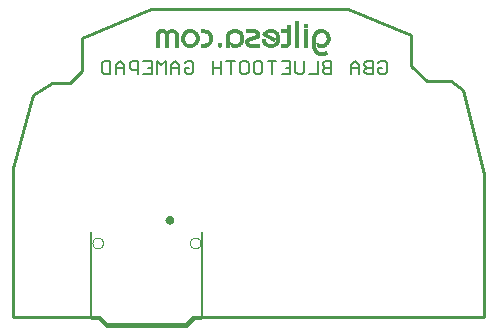
<source format=gbo>
G75*
G70*
%OFA0B0*%
%FSLAX24Y24*%
%IPPOS*%
%LPD*%
%AMOC8*
5,1,8,0,0,1.08239X$1,22.5*
%
%ADD10C,0.0100*%
%ADD11C,0.0080*%
%ADD12C,0.0000*%
%ADD13C,0.0050*%
%ADD14R,0.0062X0.0002*%
%ADD15R,0.0105X0.0002*%
%ADD16R,0.0133X0.0002*%
%ADD17R,0.0159X0.0002*%
%ADD18R,0.0179X0.0002*%
%ADD19R,0.0199X0.0002*%
%ADD20R,0.0215X0.0002*%
%ADD21R,0.0229X0.0002*%
%ADD22R,0.0246X0.0002*%
%ADD23R,0.0258X0.0002*%
%ADD24R,0.0272X0.0002*%
%ADD25R,0.0284X0.0002*%
%ADD26R,0.0296X0.0002*%
%ADD27R,0.0308X0.0002*%
%ADD28R,0.0320X0.0002*%
%ADD29R,0.0330X0.0002*%
%ADD30R,0.0340X0.0002*%
%ADD31R,0.0346X0.0002*%
%ADD32R,0.0350X0.0002*%
%ADD33R,0.0350X0.0002*%
%ADD34R,0.0354X0.0002*%
%ADD35R,0.0358X0.0002*%
%ADD36R,0.0360X0.0002*%
%ADD37R,0.0362X0.0002*%
%ADD38R,0.0366X0.0002*%
%ADD39R,0.0368X0.0002*%
%ADD40R,0.0368X0.0002*%
%ADD41R,0.0372X0.0002*%
%ADD42R,0.0374X0.0002*%
%ADD43R,0.0378X0.0002*%
%ADD44R,0.0378X0.0002*%
%ADD45R,0.0380X0.0002*%
%ADD46R,0.0382X0.0002*%
%ADD47R,0.0386X0.0002*%
%ADD48R,0.0386X0.0002*%
%ADD49R,0.0388X0.0002*%
%ADD50R,0.0390X0.0002*%
%ADD51R,0.0392X0.0002*%
%ADD52R,0.0392X0.0002*%
%ADD53R,0.0395X0.0002*%
%ADD54R,0.0397X0.0002*%
%ADD55R,0.0399X0.0002*%
%ADD56R,0.0399X0.0002*%
%ADD57R,0.0401X0.0002*%
%ADD58R,0.0403X0.0002*%
%ADD59R,0.0405X0.0002*%
%ADD60R,0.0405X0.0002*%
%ADD61R,0.0407X0.0002*%
%ADD62R,0.0409X0.0002*%
%ADD63R,0.0409X0.0002*%
%ADD64R,0.0411X0.0002*%
%ADD65R,0.0137X0.0002*%
%ADD66R,0.0213X0.0002*%
%ADD67R,0.0119X0.0002*%
%ADD68R,0.0197X0.0002*%
%ADD69R,0.0105X0.0002*%
%ADD70R,0.0189X0.0002*%
%ADD71R,0.0093X0.0002*%
%ADD72R,0.0181X0.0002*%
%ADD73R,0.0085X0.0002*%
%ADD74R,0.0175X0.0002*%
%ADD75R,0.0074X0.0002*%
%ADD76R,0.0167X0.0002*%
%ADD77R,0.0064X0.0002*%
%ADD78R,0.0163X0.0002*%
%ADD79R,0.0056X0.0002*%
%ADD80R,0.0159X0.0002*%
%ADD81R,0.0048X0.0002*%
%ADD82R,0.0155X0.0002*%
%ADD83R,0.0040X0.0002*%
%ADD84R,0.0151X0.0002*%
%ADD85R,0.0030X0.0002*%
%ADD86R,0.0149X0.0002*%
%ADD87R,0.0022X0.0002*%
%ADD88R,0.0145X0.0002*%
%ADD89R,0.0014X0.0002*%
%ADD90R,0.0143X0.0002*%
%ADD91R,0.0006X0.0002*%
%ADD92R,0.0139X0.0002*%
%ADD93R,0.0137X0.0002*%
%ADD94R,0.0133X0.0002*%
%ADD95R,0.0133X0.0002*%
%ADD96R,0.0129X0.0002*%
%ADD97R,0.0129X0.0002*%
%ADD98R,0.0127X0.0002*%
%ADD99R,0.0127X0.0002*%
%ADD100R,0.0125X0.0002*%
%ADD101R,0.0125X0.0002*%
%ADD102R,0.0123X0.0002*%
%ADD103R,0.0123X0.0002*%
%ADD104R,0.0121X0.0002*%
%ADD105R,0.0121X0.0002*%
%ADD106R,0.0119X0.0002*%
%ADD107R,0.0117X0.0002*%
%ADD108R,0.0115X0.0002*%
%ADD109R,0.0117X0.0002*%
%ADD110R,0.0115X0.0002*%
%ADD111R,0.0115X0.0002*%
%ADD112R,0.0113X0.0002*%
%ADD113R,0.0113X0.0002*%
%ADD114R,0.0113X0.0002*%
%ADD115R,0.0111X0.0002*%
%ADD116R,0.0111X0.0002*%
%ADD117R,0.0109X0.0002*%
%ADD118R,0.0109X0.0002*%
%ADD119R,0.0109X0.0002*%
%ADD120R,0.0107X0.0002*%
%ADD121R,0.0107X0.0002*%
%ADD122R,0.0107X0.0002*%
%ADD123R,0.0107X0.0002*%
%ADD124R,0.0105X0.0002*%
%ADD125R,0.0105X0.0002*%
%ADD126R,0.0105X0.0002*%
%ADD127R,0.0054X0.0002*%
%ADD128R,0.0062X0.0002*%
%ADD129R,0.0062X0.0002*%
%ADD130R,0.0085X0.0002*%
%ADD131R,0.0097X0.0002*%
%ADD132R,0.0093X0.0002*%
%ADD133R,0.0095X0.0002*%
%ADD134R,0.0020X0.0002*%
%ADD135R,0.0125X0.0002*%
%ADD136R,0.0107X0.0002*%
%ADD137R,0.0141X0.0002*%
%ADD138R,0.0133X0.0002*%
%ADD139R,0.0038X0.0002*%
%ADD140R,0.0137X0.0002*%
%ADD141R,0.0141X0.0002*%
%ADD142R,0.0157X0.0002*%
%ADD143R,0.0147X0.0002*%
%ADD144R,0.0050X0.0002*%
%ADD145R,0.0153X0.0002*%
%ADD146R,0.0173X0.0002*%
%ADD147R,0.0169X0.0002*%
%ADD148R,0.0169X0.0002*%
%ADD149R,0.0171X0.0002*%
%ADD150R,0.0185X0.0002*%
%ADD151R,0.0326X0.0002*%
%ADD152R,0.0171X0.0002*%
%ADD153R,0.0070X0.0002*%
%ADD154R,0.0131X0.0002*%
%ADD155R,0.0183X0.0002*%
%ADD156R,0.0183X0.0002*%
%ADD157R,0.0183X0.0002*%
%ADD158R,0.0199X0.0002*%
%ADD159R,0.0181X0.0002*%
%ADD160R,0.0074X0.0002*%
%ADD161R,0.0145X0.0002*%
%ADD162R,0.0195X0.0002*%
%ADD163R,0.0195X0.0002*%
%ADD164R,0.0193X0.0002*%
%ADD165R,0.0211X0.0002*%
%ADD166R,0.0352X0.0002*%
%ADD167R,0.0193X0.0002*%
%ADD168R,0.0083X0.0002*%
%ADD169R,0.0157X0.0002*%
%ADD170R,0.0207X0.0002*%
%ADD171R,0.0205X0.0002*%
%ADD172R,0.0201X0.0002*%
%ADD173R,0.0221X0.0002*%
%ADD174R,0.0360X0.0002*%
%ADD175R,0.0203X0.0002*%
%ADD176R,0.0087X0.0002*%
%ADD177R,0.0165X0.0002*%
%ADD178R,0.0217X0.0002*%
%ADD179R,0.0217X0.0002*%
%ADD180R,0.0207X0.0002*%
%ADD181R,0.0231X0.0002*%
%ADD182R,0.0366X0.0002*%
%ADD183R,0.0091X0.0002*%
%ADD184R,0.0175X0.0002*%
%ADD185R,0.0229X0.0002*%
%ADD186R,0.0225X0.0002*%
%ADD187R,0.0213X0.0002*%
%ADD188R,0.0242X0.0002*%
%ADD189R,0.0372X0.0002*%
%ADD190R,0.0221X0.0002*%
%ADD191R,0.0097X0.0002*%
%ADD192R,0.0238X0.0002*%
%ADD193R,0.0237X0.0002*%
%ADD194R,0.0252X0.0002*%
%ADD195R,0.0378X0.0002*%
%ADD196R,0.0101X0.0002*%
%ADD197R,0.0187X0.0002*%
%ADD198R,0.0248X0.0002*%
%ADD199R,0.0246X0.0002*%
%ADD200R,0.0223X0.0002*%
%ADD201R,0.0260X0.0002*%
%ADD202R,0.0384X0.0002*%
%ADD203R,0.0238X0.0002*%
%ADD204R,0.0254X0.0002*%
%ADD205R,0.0227X0.0002*%
%ADD206R,0.0270X0.0002*%
%ADD207R,0.0246X0.0002*%
%ADD208R,0.0266X0.0002*%
%ADD209R,0.0262X0.0002*%
%ADD210R,0.0231X0.0002*%
%ADD211R,0.0280X0.0002*%
%ADD212R,0.0252X0.0002*%
%ADD213R,0.0205X0.0002*%
%ADD214R,0.0274X0.0002*%
%ADD215R,0.0270X0.0002*%
%ADD216R,0.0235X0.0002*%
%ADD217R,0.0288X0.0002*%
%ADD218R,0.0399X0.0002*%
%ADD219R,0.0260X0.0002*%
%ADD220R,0.0282X0.0002*%
%ADD221R,0.0278X0.0002*%
%ADD222R,0.0296X0.0002*%
%ADD223R,0.0215X0.0002*%
%ADD224R,0.0290X0.0002*%
%ADD225R,0.0286X0.0002*%
%ADD226R,0.0241X0.0002*%
%ADD227R,0.0300X0.0002*%
%ADD228R,0.0405X0.0002*%
%ADD229R,0.0272X0.0002*%
%ADD230R,0.0121X0.0002*%
%ADD231R,0.0221X0.0002*%
%ADD232R,0.0298X0.0002*%
%ADD233R,0.0292X0.0002*%
%ADD234R,0.0244X0.0002*%
%ADD235R,0.0308X0.0002*%
%ADD236R,0.0123X0.0002*%
%ADD237R,0.0304X0.0002*%
%ADD238R,0.0294X0.0002*%
%ADD239R,0.0316X0.0002*%
%ADD240R,0.0411X0.0002*%
%ADD241R,0.0312X0.0002*%
%ADD242R,0.0250X0.0002*%
%ADD243R,0.0324X0.0002*%
%ADD244R,0.0415X0.0002*%
%ADD245R,0.0292X0.0002*%
%ADD246R,0.0233X0.0002*%
%ADD247R,0.0318X0.0002*%
%ADD248R,0.0302X0.0002*%
%ADD249R,0.0328X0.0002*%
%ADD250R,0.0417X0.0002*%
%ADD251R,0.0324X0.0002*%
%ADD252R,0.0256X0.0002*%
%ADD253R,0.0336X0.0002*%
%ADD254R,0.0421X0.0002*%
%ADD255R,0.0131X0.0002*%
%ADD256R,0.0330X0.0002*%
%ADD257R,0.0258X0.0002*%
%ADD258R,0.0340X0.0002*%
%ADD259R,0.0423X0.0002*%
%ADD260R,0.0135X0.0002*%
%ADD261R,0.0338X0.0002*%
%ADD262R,0.0310X0.0002*%
%ADD263R,0.0348X0.0002*%
%ADD264R,0.0425X0.0002*%
%ADD265R,0.0342X0.0002*%
%ADD266R,0.0314X0.0002*%
%ADD267R,0.0262X0.0002*%
%ADD268R,0.0429X0.0002*%
%ADD269R,0.0320X0.0002*%
%ADD270R,0.0316X0.0002*%
%ADD271R,0.0264X0.0002*%
%ADD272R,0.0360X0.0002*%
%ADD273R,0.0431X0.0002*%
%ADD274R,0.0324X0.0002*%
%ADD275R,0.0139X0.0002*%
%ADD276R,0.0256X0.0002*%
%ADD277R,0.0318X0.0002*%
%ADD278R,0.0266X0.0002*%
%ADD279R,0.0364X0.0002*%
%ADD280R,0.0433X0.0002*%
%ADD281R,0.0139X0.0002*%
%ADD282R,0.0360X0.0002*%
%ADD283R,0.0322X0.0002*%
%ADD284R,0.0268X0.0002*%
%ADD285R,0.0370X0.0002*%
%ADD286R,0.0435X0.0002*%
%ADD287R,0.0330X0.0002*%
%ADD288R,0.0376X0.0002*%
%ADD289R,0.0437X0.0002*%
%ADD290R,0.0332X0.0002*%
%ADD291R,0.0141X0.0002*%
%ADD292R,0.0326X0.0002*%
%ADD293R,0.0272X0.0002*%
%ADD294R,0.0380X0.0002*%
%ADD295R,0.0439X0.0002*%
%ADD296R,0.0334X0.0002*%
%ADD297R,0.0143X0.0002*%
%ADD298R,0.0268X0.0002*%
%ADD299R,0.0376X0.0002*%
%ADD300R,0.0274X0.0002*%
%ADD301R,0.0441X0.0002*%
%ADD302R,0.0382X0.0002*%
%ADD303R,0.0276X0.0002*%
%ADD304R,0.0391X0.0002*%
%ADD305R,0.0443X0.0002*%
%ADD306R,0.0340X0.0002*%
%ADD307R,0.0274X0.0002*%
%ADD308R,0.0334X0.0002*%
%ADD309R,0.0445X0.0002*%
%ADD310R,0.0342X0.0002*%
%ADD311R,0.0278X0.0002*%
%ADD312R,0.0401X0.0002*%
%ADD313R,0.0445X0.0002*%
%ADD314R,0.0344X0.0002*%
%ADD315R,0.0395X0.0002*%
%ADD316R,0.0280X0.0002*%
%ADD317R,0.0447X0.0002*%
%ADD318R,0.0409X0.0002*%
%ADD319R,0.0449X0.0002*%
%ADD320R,0.0348X0.0002*%
%ADD321R,0.0407X0.0002*%
%ADD322R,0.0344X0.0002*%
%ADD323R,0.0415X0.0002*%
%ADD324R,0.0451X0.0002*%
%ADD325R,0.0350X0.0002*%
%ADD326R,0.0411X0.0002*%
%ADD327R,0.0346X0.0002*%
%ADD328R,0.0284X0.0002*%
%ADD329R,0.0419X0.0002*%
%ADD330R,0.0451X0.0002*%
%ADD331R,0.0352X0.0002*%
%ADD332R,0.0290X0.0002*%
%ADD333R,0.0415X0.0002*%
%ADD334R,0.0286X0.0002*%
%ADD335R,0.0423X0.0002*%
%ADD336R,0.0453X0.0002*%
%ADD337R,0.0354X0.0002*%
%ADD338R,0.0292X0.0002*%
%ADD339R,0.0419X0.0002*%
%ADD340R,0.0427X0.0002*%
%ADD341R,0.0455X0.0002*%
%ADD342R,0.0356X0.0002*%
%ADD343R,0.0288X0.0002*%
%ADD344R,0.0431X0.0002*%
%ADD345R,0.0358X0.0002*%
%ADD346R,0.0296X0.0002*%
%ADD347R,0.0290X0.0002*%
%ADD348R,0.0435X0.0002*%
%ADD349R,0.0457X0.0002*%
%ADD350R,0.0300X0.0002*%
%ADD351R,0.0356X0.0002*%
%ADD352R,0.0290X0.0002*%
%ADD353R,0.0439X0.0002*%
%ADD354R,0.0457X0.0002*%
%ADD355R,0.0362X0.0002*%
%ADD356R,0.0302X0.0002*%
%ADD357R,0.0443X0.0002*%
%ADD358R,0.0459X0.0002*%
%ADD359R,0.0304X0.0002*%
%ADD360R,0.0447X0.0002*%
%ADD361R,0.0461X0.0002*%
%ADD362R,0.0306X0.0002*%
%ADD363R,0.0360X0.0002*%
%ADD364R,0.0294X0.0002*%
%ADD365R,0.0461X0.0002*%
%ADD366R,0.0368X0.0002*%
%ADD367R,0.0447X0.0002*%
%ADD368R,0.0463X0.0002*%
%ADD369R,0.0368X0.0002*%
%ADD370R,0.0457X0.0002*%
%ADD371R,0.0455X0.0002*%
%ADD372R,0.0372X0.0002*%
%ADD373R,0.0314X0.0002*%
%ADD374R,0.0203X0.0002*%
%ADD375R,0.0298X0.0002*%
%ADD376R,0.0201X0.0002*%
%ADD377R,0.0201X0.0002*%
%ADD378R,0.0465X0.0002*%
%ADD379R,0.0121X0.0002*%
%ADD380R,0.0316X0.0002*%
%ADD381R,0.0191X0.0002*%
%ADD382R,0.0298X0.0002*%
%ADD383R,0.0189X0.0002*%
%ADD384R,0.0465X0.0002*%
%ADD385R,0.0300X0.0002*%
%ADD386R,0.0181X0.0002*%
%ADD387R,0.0467X0.0002*%
%ADD388R,0.0103X0.0002*%
%ADD389R,0.0320X0.0002*%
%ADD390R,0.0177X0.0002*%
%ADD391R,0.0171X0.0002*%
%ADD392R,0.0079X0.0002*%
%ADD393R,0.0173X0.0002*%
%ADD394R,0.0169X0.0002*%
%ADD395R,0.0467X0.0002*%
%ADD396R,0.0171X0.0002*%
%ADD397R,0.0091X0.0002*%
%ADD398R,0.0324X0.0002*%
%ADD399R,0.0173X0.0002*%
%ADD400R,0.0072X0.0002*%
%ADD401R,0.0469X0.0002*%
%ADD402R,0.0163X0.0002*%
%ADD403R,0.0066X0.0002*%
%ADD404R,0.0165X0.0002*%
%ADD405R,0.0161X0.0002*%
%ADD406R,0.0149X0.0002*%
%ADD407R,0.0163X0.0002*%
%ADD408R,0.0081X0.0002*%
%ADD409R,0.0139X0.0002*%
%ADD410R,0.0076X0.0002*%
%ADD411R,0.0157X0.0002*%
%ADD412R,0.0058X0.0002*%
%ADD413R,0.0159X0.0002*%
%ADD414R,0.0155X0.0002*%
%ADD415R,0.0137X0.0002*%
%ADD416R,0.0159X0.0002*%
%ADD417R,0.0072X0.0002*%
%ADD418R,0.0195X0.0002*%
%ADD419R,0.0052X0.0002*%
%ADD420R,0.0127X0.0002*%
%ADD421R,0.0153X0.0002*%
%ADD422R,0.0155X0.0002*%
%ADD423R,0.0068X0.0002*%
%ADD424R,0.0189X0.0002*%
%ADD425R,0.0125X0.0002*%
%ADD426R,0.0151X0.0002*%
%ADD427R,0.0064X0.0002*%
%ADD428R,0.0044X0.0002*%
%ADD429R,0.0123X0.0002*%
%ADD430R,0.0103X0.0002*%
%ADD431R,0.0179X0.0002*%
%ADD432R,0.0147X0.0002*%
%ADD433R,0.0040X0.0002*%
%ADD434R,0.0151X0.0002*%
%ADD435R,0.0125X0.0002*%
%ADD436R,0.0099X0.0002*%
%ADD437R,0.0175X0.0002*%
%ADD438R,0.0145X0.0002*%
%ADD439R,0.0036X0.0002*%
%ADD440R,0.0056X0.0002*%
%ADD441R,0.0095X0.0002*%
%ADD442R,0.0032X0.0002*%
%ADD443R,0.0117X0.0002*%
%ADD444R,0.0052X0.0002*%
%ADD445R,0.0028X0.0002*%
%ADD446R,0.0115X0.0002*%
%ADD447R,0.0050X0.0002*%
%ADD448R,0.0141X0.0002*%
%ADD449R,0.0024X0.0002*%
%ADD450R,0.0117X0.0002*%
%ADD451R,0.0046X0.0002*%
%ADD452R,0.0119X0.0002*%
%ADD453R,0.0074X0.0002*%
%ADD454R,0.0143X0.0002*%
%ADD455R,0.0137X0.0002*%
%ADD456R,0.0016X0.0002*%
%ADD457R,0.0042X0.0002*%
%ADD458R,0.0135X0.0002*%
%ADD459R,0.0012X0.0002*%
%ADD460R,0.0038X0.0002*%
%ADD461R,0.0058X0.0002*%
%ADD462R,0.0010X0.0002*%
%ADD463R,0.0135X0.0002*%
%ADD464R,0.0115X0.0002*%
%ADD465R,0.0135X0.0002*%
%ADD466R,0.0036X0.0002*%
%ADD467R,0.0153X0.0002*%
%ADD468R,0.0034X0.0002*%
%ADD469R,0.0034X0.0002*%
%ADD470R,0.0002X0.0002*%
%ADD471R,0.0133X0.0002*%
%ADD472R,0.0030X0.0002*%
%ADD473R,0.0149X0.0002*%
%ADD474R,0.0129X0.0002*%
%ADD475R,0.0131X0.0002*%
%ADD476R,0.0028X0.0002*%
%ADD477R,0.0024X0.0002*%
%ADD478R,0.0022X0.0002*%
%ADD479R,0.0020X0.0002*%
%ADD480R,0.0018X0.0002*%
%ADD481R,0.0121X0.0002*%
%ADD482R,0.0012X0.0002*%
%ADD483R,0.0127X0.0002*%
%ADD484R,0.0010X0.0002*%
%ADD485R,0.0008X0.0002*%
%ADD486R,0.0006X0.0002*%
%ADD487R,0.0119X0.0002*%
%ADD488R,0.0004X0.0002*%
%ADD489R,0.0002X0.0002*%
%ADD490R,0.0117X0.0002*%
%ADD491R,0.0004X0.0002*%
%ADD492R,0.0111X0.0002*%
%ADD493R,0.0111X0.0002*%
%ADD494R,0.0018X0.0002*%
%ADD495R,0.0109X0.0002*%
%ADD496R,0.0022X0.0002*%
%ADD497R,0.0042X0.0002*%
%ADD498R,0.0046X0.0002*%
%ADD499R,0.0056X0.0002*%
%ADD500R,0.0161X0.0002*%
%ADD501R,0.0070X0.0002*%
%ADD502R,0.0109X0.0002*%
%ADD503R,0.0185X0.0002*%
%ADD504R,0.0089X0.0002*%
%ADD505R,0.0093X0.0002*%
%ADD506R,0.0099X0.0002*%
%ADD507R,0.0211X0.0002*%
%ADD508R,0.0231X0.0002*%
%ADD509R,0.0240X0.0002*%
%ADD510R,0.0149X0.0002*%
%ADD511R,0.0264X0.0002*%
%ADD512R,0.0268X0.0002*%
%ADD513R,0.0272X0.0002*%
%ADD514R,0.0167X0.0002*%
%ADD515R,0.0068X0.0002*%
%ADD516R,0.0284X0.0002*%
%ADD517R,0.0018X0.0002*%
%ADD518R,0.0185X0.0002*%
%ADD519R,0.0002X0.0002*%
%ADD520R,0.0197X0.0002*%
%ADD521R,0.0197X0.0002*%
%ADD522R,0.0310X0.0002*%
%ADD523R,0.0199X0.0002*%
%ADD524R,0.0310X0.0002*%
%ADD525R,0.0312X0.0002*%
%ADD526R,0.0312X0.0002*%
%ADD527R,0.0310X0.0002*%
%ADD528R,0.0306X0.0002*%
%ADD529R,0.0199X0.0002*%
%ADD530R,0.0197X0.0002*%
%ADD531R,0.0296X0.0002*%
%ADD532R,0.0254X0.0002*%
%ADD533R,0.0225X0.0002*%
%ADD534R,0.0219X0.0002*%
%ADD535R,0.0157X0.0002*%
%ADD536R,0.0107X0.0002*%
%ADD537R,0.0117X0.0002*%
%ADD538R,0.0197X0.0002*%
%ADD539R,0.0141X0.0002*%
%ADD540R,0.0111X0.0002*%
%ADD541R,0.0119X0.0002*%
%ADD542R,0.0111X0.0002*%
%ADD543R,0.0123X0.0002*%
%ADD544R,0.0197X0.0002*%
%ADD545R,0.0121X0.0002*%
%ADD546R,0.0119X0.0002*%
%ADD547R,0.0127X0.0002*%
%ADD548R,0.0193X0.0002*%
%ADD549R,0.0187X0.0002*%
%ADD550R,0.0131X0.0002*%
%ADD551R,0.0125X0.0002*%
%ADD552R,0.0123X0.0002*%
%ADD553R,0.0177X0.0002*%
%ADD554R,0.0127X0.0002*%
%ADD555R,0.0163X0.0002*%
%ADD556R,0.0135X0.0002*%
%ADD557R,0.0129X0.0002*%
%ADD558R,0.0143X0.0002*%
%ADD559R,0.0139X0.0002*%
%ADD560R,0.0135X0.0002*%
%ADD561R,0.0115X0.0002*%
%ADD562R,0.0129X0.0002*%
%ADD563R,0.0137X0.0002*%
%ADD564R,0.0131X0.0002*%
%ADD565R,0.0141X0.0002*%
%ADD566R,0.0153X0.0002*%
%ADD567R,0.0151X0.0002*%
%ADD568R,0.0155X0.0002*%
%ADD569R,0.0159X0.0002*%
%ADD570R,0.0161X0.0002*%
%ADD571R,0.0143X0.0002*%
%ADD572R,0.0147X0.0002*%
%ADD573R,0.0165X0.0002*%
%ADD574R,0.0167X0.0002*%
%ADD575R,0.0167X0.0002*%
%ADD576R,0.0153X0.0002*%
%ADD577R,0.0175X0.0002*%
%ADD578R,0.0149X0.0002*%
%ADD579R,0.0179X0.0002*%
%ADD580R,0.0153X0.0002*%
%ADD581R,0.0191X0.0002*%
%ADD582R,0.0161X0.0002*%
%ADD583R,0.0195X0.0002*%
%ADD584R,0.0199X0.0002*%
%ADD585R,0.0163X0.0002*%
%ADD586R,0.0207X0.0002*%
%ADD587R,0.0167X0.0002*%
%ADD588R,0.0173X0.0002*%
%ADD589R,0.0316X0.0002*%
%ADD590R,0.0171X0.0002*%
%ADD591R,0.0441X0.0002*%
%ADD592R,0.0177X0.0002*%
%ADD593R,0.0322X0.0002*%
%ADD594R,0.0173X0.0002*%
%ADD595R,0.0229X0.0002*%
%ADD596R,0.0441X0.0002*%
%ADD597R,0.0185X0.0002*%
%ADD598R,0.0320X0.0002*%
%ADD599R,0.0147X0.0002*%
%ADD600R,0.0240X0.0002*%
%ADD601R,0.0179X0.0002*%
%ADD602R,0.0264X0.0002*%
%ADD603R,0.0199X0.0002*%
%ADD604R,0.0201X0.0002*%
%ADD605R,0.0439X0.0002*%
%ADD606R,0.0205X0.0002*%
%ADD607R,0.0211X0.0002*%
%ADD608R,0.0201X0.0002*%
%ADD609R,0.0165X0.0002*%
%ADD610R,0.0286X0.0002*%
%ADD611R,0.0449X0.0002*%
%ADD612R,0.0437X0.0002*%
%ADD613R,0.0473X0.0002*%
%ADD614R,0.0314X0.0002*%
%ADD615R,0.0455X0.0002*%
%ADD616R,0.0702X0.0002*%
%ADD617R,0.0700X0.0002*%
%ADD618R,0.0698X0.0002*%
%ADD619R,0.0445X0.0002*%
%ADD620R,0.0435X0.0002*%
%ADD621R,0.0463X0.0002*%
%ADD622R,0.0308X0.0002*%
%ADD623R,0.0447X0.0002*%
%ADD624R,0.0694X0.0002*%
%ADD625R,0.0433X0.0002*%
%ADD626R,0.0459X0.0002*%
%ADD627R,0.0443X0.0002*%
%ADD628R,0.0694X0.0002*%
%ADD629R,0.0431X0.0002*%
%ADD630R,0.0690X0.0002*%
%ADD631R,0.0427X0.0002*%
%ADD632R,0.0686X0.0002*%
%ADD633R,0.0423X0.0002*%
%ADD634R,0.0429X0.0002*%
%ADD635R,0.0431X0.0002*%
%ADD636R,0.0449X0.0002*%
%ADD637R,0.0298X0.0002*%
%ADD638R,0.0686X0.0002*%
%ADD639R,0.0425X0.0002*%
%ADD640R,0.0429X0.0002*%
%ADD641R,0.0427X0.0002*%
%ADD642R,0.0682X0.0002*%
%ADD643R,0.0421X0.0002*%
%ADD644R,0.0441X0.0002*%
%ADD645R,0.0678X0.0002*%
%ADD646R,0.0676X0.0002*%
%ADD647R,0.0407X0.0002*%
%ADD648R,0.0413X0.0002*%
%ADD649R,0.0425X0.0002*%
%ADD650R,0.0433X0.0002*%
%ADD651R,0.0290X0.0002*%
%ADD652R,0.0415X0.0002*%
%ADD653R,0.0336X0.0002*%
%ADD654R,0.0336X0.0002*%
%ADD655R,0.0403X0.0002*%
%ADD656R,0.0423X0.0002*%
%ADD657R,0.0429X0.0002*%
%ADD658R,0.0286X0.0002*%
%ADD659R,0.0411X0.0002*%
%ADD660R,0.0332X0.0002*%
%ADD661R,0.0399X0.0002*%
%ADD662R,0.0328X0.0002*%
%ADD663R,0.0394X0.0002*%
%ADD664R,0.0390X0.0002*%
%ADD665R,0.0397X0.0002*%
%ADD666R,0.0419X0.0002*%
%ADD667R,0.0417X0.0002*%
%ADD668R,0.0278X0.0002*%
%ADD669R,0.0395X0.0002*%
%ADD670R,0.0324X0.0002*%
%ADD671R,0.0386X0.0002*%
%ADD672R,0.0417X0.0002*%
%ADD673R,0.0413X0.0002*%
%ADD674R,0.0276X0.0002*%
%ADD675R,0.0391X0.0002*%
%ADD676R,0.0382X0.0002*%
%ADD677R,0.0316X0.0002*%
%ADD678R,0.0413X0.0002*%
%ADD679R,0.0372X0.0002*%
%ADD680R,0.0396X0.0002*%
%ADD681R,0.0268X0.0002*%
%ADD682R,0.0376X0.0002*%
%ADD683R,0.0370X0.0002*%
%ADD684R,0.0304X0.0002*%
%ADD685R,0.0380X0.0002*%
%ADD686R,0.0352X0.0002*%
%ADD687R,0.0356X0.0002*%
%ADD688R,0.0403X0.0002*%
%ADD689R,0.0376X0.0002*%
%ADD690R,0.0256X0.0002*%
%ADD691R,0.0354X0.0002*%
%ADD692R,0.0294X0.0002*%
%ADD693R,0.0292X0.0002*%
%ADD694R,0.0350X0.0002*%
%ADD695R,0.0350X0.0002*%
%ADD696R,0.0288X0.0002*%
%ADD697R,0.0346X0.0002*%
%ADD698R,0.0364X0.0002*%
%ADD699R,0.0334X0.0002*%
%ADD700R,0.0280X0.0002*%
%ADD701R,0.0328X0.0002*%
%ADD702R,0.0334X0.0002*%
%ADD703R,0.0242X0.0002*%
%ADD704R,0.0330X0.0002*%
%ADD705R,0.0274X0.0002*%
%ADD706R,0.0276X0.0002*%
%ADD707R,0.0388X0.0002*%
%ADD708R,0.0237X0.0002*%
%ADD709R,0.0270X0.0002*%
%ADD710R,0.0270X0.0002*%
%ADD711R,0.0264X0.0002*%
%ADD712R,0.0304X0.0002*%
%ADD713R,0.0380X0.0002*%
%ADD714R,0.0326X0.0002*%
%ADD715R,0.0225X0.0002*%
%ADD716R,0.0254X0.0002*%
%ADD717R,0.0300X0.0002*%
%ADD718R,0.0298X0.0002*%
%ADD719R,0.0250X0.0002*%
%ADD720R,0.0248X0.0002*%
%ADD721R,0.0244X0.0002*%
%ADD722R,0.0274X0.0002*%
%ADD723R,0.0362X0.0002*%
%ADD724R,0.0296X0.0002*%
%ADD725R,0.0205X0.0002*%
%ADD726R,0.0229X0.0002*%
%ADD727R,0.0231X0.0002*%
%ADD728R,0.0266X0.0002*%
%ADD729R,0.0358X0.0002*%
%ADD730R,0.0223X0.0002*%
%ADD731R,0.0215X0.0002*%
%ADD732R,0.0209X0.0002*%
%ADD733R,0.0240X0.0002*%
%ADD734R,0.0244X0.0002*%
%ADD735R,0.0340X0.0002*%
%ADD736R,0.0262X0.0002*%
%ADD737R,0.0238X0.0002*%
%ADD738R,0.0229X0.0002*%
%ADD739R,0.0231X0.0002*%
%ADD740R,0.0229X0.0002*%
%ADD741R,0.0219X0.0002*%
%ADD742R,0.0223X0.0002*%
%ADD743R,0.0183X0.0002*%
%ADD744R,0.0215X0.0002*%
%ADD745R,0.0195X0.0002*%
%ADD746R,0.0203X0.0002*%
%ADD747R,0.0187X0.0002*%
%ADD748R,0.0169X0.0002*%
%ADD749R,0.0143X0.0002*%
%ADD750R,0.0155X0.0002*%
%ADD751R,0.0095X0.0002*%
%ADD752R,0.0078X0.0002*%
%ADD753R,0.0081X0.0002*%
%ADD754R,0.0072X0.0002*%
%ADD755R,0.0020X0.0002*%
%ADD756R,0.0050X0.0002*%
%ADD757R,0.0060X0.0002*%
%ADD758R,0.0066X0.0002*%
%ADD759R,0.0079X0.0002*%
%ADD760R,0.0089X0.0002*%
%ADD761R,0.0091X0.0002*%
%ADD762R,0.0095X0.0002*%
%ADD763R,0.0099X0.0002*%
%ADD764R,0.0103X0.0002*%
%ADD765R,0.0101X0.0002*%
%ADD766R,0.0087X0.0002*%
%ADD767R,0.0074X0.0002*%
%ADD768R,0.0062X0.0002*%
%ADD769R,0.0054X0.0002*%
%ADD770R,0.0044X0.0002*%
%ADD771R,0.0030X0.0002*%
D10*
X003752Y003081D02*
X003502Y003331D01*
X003242Y003331D01*
X003490Y003381D02*
X003740Y003131D01*
X006390Y003131D01*
X006640Y003381D01*
X016340Y003381D01*
X016340Y008131D01*
X015640Y010931D01*
X015240Y011231D01*
X014440Y011231D01*
X013890Y011731D01*
X013890Y012781D01*
X011790Y013631D01*
X005240Y013631D01*
X002940Y012681D01*
X002940Y011581D01*
X002540Y011181D01*
X001940Y011181D01*
X001290Y010781D01*
X000640Y008331D01*
X000640Y003381D01*
X003490Y003381D01*
X003752Y003081D02*
X006402Y003081D01*
X006652Y003331D01*
X006887Y003331D01*
D11*
X006569Y011471D02*
X006428Y011471D01*
X006358Y011541D01*
X006358Y011681D01*
X006499Y011681D01*
X006639Y011541D02*
X006569Y011471D01*
X006639Y011541D02*
X006639Y011821D01*
X006569Y011891D01*
X006428Y011891D01*
X006358Y011821D01*
X006178Y011751D02*
X006038Y011891D01*
X005898Y011751D01*
X005898Y011471D01*
X005718Y011471D02*
X005718Y011891D01*
X005578Y011751D01*
X005438Y011891D01*
X005438Y011471D01*
X005257Y011471D02*
X004977Y011471D01*
X004797Y011471D02*
X004797Y011891D01*
X004587Y011891D01*
X004517Y011821D01*
X004517Y011681D01*
X004587Y011611D01*
X004797Y011611D01*
X005117Y011681D02*
X005257Y011681D01*
X005257Y011891D02*
X005257Y011471D01*
X005257Y011891D02*
X004977Y011891D01*
X004337Y011751D02*
X004337Y011471D01*
X004337Y011681D02*
X004056Y011681D01*
X004056Y011751D02*
X004056Y011471D01*
X003876Y011471D02*
X003666Y011471D01*
X003596Y011541D01*
X003596Y011821D01*
X003666Y011891D01*
X003876Y011891D01*
X003876Y011471D01*
X004056Y011751D02*
X004197Y011891D01*
X004337Y011751D01*
X005898Y011681D02*
X006178Y011681D01*
X006178Y011751D02*
X006178Y011471D01*
X007279Y011471D02*
X007279Y011891D01*
X007279Y011681D02*
X007559Y011681D01*
X007559Y011471D02*
X007559Y011891D01*
X007740Y011891D02*
X008020Y011891D01*
X007880Y011891D02*
X007880Y011471D01*
X008200Y011541D02*
X008270Y011471D01*
X008410Y011471D01*
X008480Y011541D01*
X008480Y011821D01*
X008410Y011891D01*
X008270Y011891D01*
X008200Y011821D01*
X008200Y011541D01*
X008660Y011541D02*
X008660Y011821D01*
X008730Y011891D01*
X008871Y011891D01*
X008941Y011821D01*
X008941Y011541D01*
X008871Y011471D01*
X008730Y011471D01*
X008660Y011541D01*
X009121Y011891D02*
X009401Y011891D01*
X009261Y011891D02*
X009261Y011471D01*
X009581Y011471D02*
X009861Y011471D01*
X009861Y011891D01*
X009581Y011891D01*
X009721Y011681D02*
X009861Y011681D01*
X010042Y011541D02*
X010042Y011891D01*
X010322Y011891D02*
X010322Y011541D01*
X010252Y011471D01*
X010112Y011471D01*
X010042Y011541D01*
X010502Y011471D02*
X010782Y011471D01*
X010782Y011891D01*
X010962Y011821D02*
X010962Y011751D01*
X011032Y011681D01*
X011243Y011681D01*
X011243Y011471D02*
X011243Y011891D01*
X011032Y011891D01*
X010962Y011821D01*
X011032Y011681D02*
X010962Y011611D01*
X010962Y011541D01*
X011032Y011471D01*
X011243Y011471D01*
X011883Y011471D02*
X011883Y011751D01*
X012023Y011891D01*
X012163Y011751D01*
X012163Y011471D01*
X012344Y011541D02*
X012414Y011471D01*
X012624Y011471D01*
X012624Y011891D01*
X012414Y011891D01*
X012344Y011821D01*
X012344Y011751D01*
X012414Y011681D01*
X012624Y011681D01*
X012804Y011681D02*
X012804Y011541D01*
X012874Y011471D01*
X013014Y011471D01*
X013084Y011541D01*
X013084Y011821D01*
X013014Y011891D01*
X012874Y011891D01*
X012804Y011821D01*
X012804Y011681D02*
X012944Y011681D01*
X012414Y011681D02*
X012344Y011611D01*
X012344Y011541D01*
X012163Y011681D02*
X011883Y011681D01*
D12*
X006527Y005831D02*
X006529Y005857D01*
X006535Y005883D01*
X006544Y005907D01*
X006557Y005930D01*
X006574Y005950D01*
X006593Y005968D01*
X006615Y005983D01*
X006638Y005994D01*
X006663Y006002D01*
X006689Y006006D01*
X006715Y006006D01*
X006741Y006002D01*
X006766Y005994D01*
X006790Y005983D01*
X006811Y005968D01*
X006830Y005950D01*
X006847Y005930D01*
X006860Y005907D01*
X006869Y005883D01*
X006875Y005857D01*
X006877Y005831D01*
X006875Y005805D01*
X006869Y005779D01*
X006860Y005755D01*
X006847Y005732D01*
X006830Y005712D01*
X006811Y005694D01*
X006789Y005679D01*
X006766Y005668D01*
X006741Y005660D01*
X006715Y005656D01*
X006689Y005656D01*
X006663Y005660D01*
X006638Y005668D01*
X006614Y005679D01*
X006593Y005694D01*
X006574Y005712D01*
X006557Y005732D01*
X006544Y005755D01*
X006535Y005779D01*
X006529Y005805D01*
X006527Y005831D01*
X003277Y005831D02*
X003279Y005857D01*
X003285Y005883D01*
X003294Y005907D01*
X003307Y005930D01*
X003324Y005950D01*
X003343Y005968D01*
X003365Y005983D01*
X003388Y005994D01*
X003413Y006002D01*
X003439Y006006D01*
X003465Y006006D01*
X003491Y006002D01*
X003516Y005994D01*
X003540Y005983D01*
X003561Y005968D01*
X003580Y005950D01*
X003597Y005930D01*
X003610Y005907D01*
X003619Y005883D01*
X003625Y005857D01*
X003627Y005831D01*
X003625Y005805D01*
X003619Y005779D01*
X003610Y005755D01*
X003597Y005732D01*
X003580Y005712D01*
X003561Y005694D01*
X003539Y005679D01*
X003516Y005668D01*
X003491Y005660D01*
X003465Y005656D01*
X003439Y005656D01*
X003413Y005660D01*
X003388Y005668D01*
X003364Y005679D01*
X003343Y005694D01*
X003324Y005712D01*
X003307Y005732D01*
X003294Y005755D01*
X003285Y005779D01*
X003279Y005805D01*
X003277Y005831D01*
D13*
X003215Y006188D02*
X003215Y003412D01*
X006915Y003412D02*
X006915Y006188D01*
X005905Y006591D02*
X005805Y006591D01*
X005807Y006604D01*
X005812Y006617D01*
X005821Y006628D01*
X005832Y006635D01*
X005845Y006640D01*
X005858Y006641D01*
X005872Y006638D01*
X005884Y006632D01*
X005894Y006623D01*
X005901Y006611D01*
X005905Y006598D01*
X005905Y006584D01*
X005901Y006571D01*
X005894Y006559D01*
X005884Y006550D01*
X005872Y006544D01*
X005858Y006541D01*
X005845Y006542D01*
X005832Y006547D01*
X005821Y006554D01*
X005812Y006565D01*
X005807Y006578D01*
X005805Y006591D01*
X005784Y006591D02*
X005786Y006607D01*
X005792Y006623D01*
X005801Y006637D01*
X005813Y006648D01*
X005827Y006656D01*
X005843Y006661D01*
X005859Y006662D01*
X005875Y006659D01*
X005890Y006652D01*
X005904Y006643D01*
X005914Y006630D01*
X005922Y006615D01*
X005926Y006599D01*
X005926Y006583D01*
X005922Y006567D01*
X005914Y006552D01*
X005904Y006539D01*
X005891Y006530D01*
X005875Y006523D01*
X005859Y006520D01*
X005843Y006521D01*
X005827Y006526D01*
X005813Y006534D01*
X005801Y006545D01*
X005792Y006559D01*
X005786Y006575D01*
X005784Y006591D01*
X005743Y006591D02*
X005745Y006612D01*
X005751Y006631D01*
X005760Y006650D01*
X005772Y006666D01*
X005788Y006680D01*
X005805Y006691D01*
X005824Y006699D01*
X005845Y006703D01*
X005865Y006703D01*
X005886Y006699D01*
X005905Y006691D01*
X005922Y006680D01*
X005938Y006666D01*
X005950Y006650D01*
X005959Y006631D01*
X005965Y006612D01*
X005967Y006591D01*
X005965Y006570D01*
X005959Y006551D01*
X005950Y006532D01*
X005938Y006516D01*
X005922Y006502D01*
X005905Y006491D01*
X005886Y006483D01*
X005865Y006479D01*
X005845Y006479D01*
X005824Y006483D01*
X005805Y006491D01*
X005788Y006502D01*
X005772Y006516D01*
X005760Y006532D01*
X005751Y006551D01*
X005745Y006570D01*
X005743Y006591D01*
D14*
X010922Y012063D03*
D15*
X010923Y012065D03*
X010681Y012278D03*
X010681Y012280D03*
X010679Y012287D03*
X010679Y012289D03*
X007517Y012353D03*
D16*
X006740Y012778D03*
X006346Y012778D03*
X009423Y012778D03*
X010718Y012778D03*
X010925Y012067D03*
D17*
X010926Y012069D03*
X011065Y012444D03*
X009225Y012921D03*
X009060Y012444D03*
X008197Y012808D03*
X008042Y012337D03*
X007170Y012466D03*
D18*
X008177Y012820D03*
X008482Y012560D03*
X010928Y012071D03*
D19*
X010928Y012073D03*
X009282Y012615D03*
X009245Y012635D03*
X009227Y012645D03*
X009195Y012663D03*
X009155Y012685D03*
X009137Y012695D03*
X009123Y012703D03*
X009100Y012715D03*
X009082Y012725D03*
X009068Y012733D03*
X009050Y012743D03*
X007003Y012355D03*
D20*
X010930Y012075D03*
D21*
X010931Y012077D03*
X008721Y012685D03*
X007018Y012888D03*
X007018Y012367D03*
D22*
X010931Y012079D03*
D23*
X010933Y012081D03*
X010905Y012902D03*
X008701Y012675D03*
X008542Y012590D03*
X007032Y012383D03*
X007032Y012872D03*
X006543Y012902D03*
X006543Y012353D03*
D24*
X010934Y012083D03*
D25*
X010934Y012085D03*
X008676Y012663D03*
X008046Y012367D03*
X007045Y012401D03*
X007045Y012854D03*
D26*
X008577Y012609D03*
X010936Y012087D03*
D27*
X010936Y012089D03*
X010920Y012375D03*
X010906Y012888D03*
X008646Y012647D03*
X008641Y012645D03*
X008599Y012621D03*
X008046Y012375D03*
D28*
X010938Y012091D03*
D29*
X010939Y012093D03*
D30*
X010940Y012095D03*
X008688Y012341D03*
D31*
X008582Y012904D03*
X008057Y012399D03*
X010939Y012097D03*
D32*
X010937Y012099D03*
D33*
X010935Y012101D03*
X006543Y012379D03*
D34*
X006543Y012381D03*
X010933Y012103D03*
X010943Y012413D03*
D35*
X010945Y012417D03*
X010931Y012105D03*
X008023Y012880D03*
D36*
X010930Y012107D03*
D37*
X010927Y012109D03*
X010907Y012870D03*
D38*
X010907Y012868D03*
X010925Y012111D03*
D39*
X010924Y012113D03*
D40*
X010922Y012115D03*
D41*
X010920Y012117D03*
X008595Y012894D03*
D42*
X010919Y012119D03*
D43*
X010917Y012121D03*
D44*
X010915Y012123D03*
X009226Y012866D03*
D45*
X010914Y012126D03*
D46*
X010913Y012128D03*
D47*
X010911Y012130D03*
X009224Y012391D03*
X009226Y012862D03*
X008602Y012886D03*
X008023Y012870D03*
X006543Y012862D03*
X006543Y012393D03*
D48*
X010909Y012132D03*
D49*
X010908Y012134D03*
X008664Y012355D03*
D50*
X010907Y012136D03*
D51*
X010906Y012138D03*
X009227Y012860D03*
X008662Y012357D03*
X008024Y012868D03*
D52*
X008605Y012882D03*
X010904Y012140D03*
D53*
X010903Y012142D03*
D54*
X010902Y012144D03*
X009225Y012395D03*
D55*
X010901Y012146D03*
D56*
X010899Y012148D03*
D57*
X010898Y012150D03*
X009227Y012856D03*
X008658Y012361D03*
X008024Y012864D03*
X006544Y012856D03*
X006544Y012399D03*
D58*
X010897Y012152D03*
D59*
X010896Y012154D03*
D60*
X010894Y012156D03*
D61*
X010893Y012158D03*
D62*
X010892Y012160D03*
D63*
X010890Y012162D03*
X009227Y012852D03*
X008613Y012868D03*
X008654Y012365D03*
D64*
X008614Y012866D03*
X010889Y012164D03*
D65*
X011026Y012166D03*
X010728Y012198D03*
X011090Y012464D03*
X011090Y012792D03*
X009035Y012466D03*
X007517Y012423D03*
X007195Y012490D03*
X007195Y012766D03*
D66*
X007123Y012814D03*
X007123Y012442D03*
X008733Y012691D03*
X010790Y012166D03*
D67*
X010707Y012224D03*
X011035Y012168D03*
X010693Y012735D03*
X010904Y012925D03*
X010401Y013021D03*
X010401Y013074D03*
X009451Y012733D03*
X009453Y012526D03*
X009453Y012524D03*
X009451Y012522D03*
X008994Y012540D03*
X008994Y012542D03*
X008799Y012741D03*
X008444Y012460D03*
X008243Y012508D03*
X008255Y012725D03*
X008251Y012733D03*
X008251Y012735D03*
X007516Y012442D03*
X007516Y012361D03*
X007222Y012534D03*
X007224Y012538D03*
X007224Y012540D03*
X007226Y012711D03*
X007224Y012715D03*
X007224Y012717D03*
X007222Y012719D03*
X007220Y012725D03*
X006770Y012727D03*
X006768Y012733D03*
X006772Y012532D03*
X006770Y012526D03*
X006768Y012524D03*
X006768Y012522D03*
X006321Y012520D03*
X006319Y012524D03*
X006319Y012526D03*
X006317Y012530D03*
X006315Y012534D03*
X006317Y012725D03*
X006317Y012727D03*
X006321Y012735D03*
X006081Y012784D03*
X005771Y012749D03*
X005771Y012743D03*
X005461Y012784D03*
X005459Y012782D03*
D68*
X009053Y012741D03*
X009097Y012717D03*
X009107Y012711D03*
X009116Y012707D03*
X009130Y012699D03*
X009152Y012687D03*
X009166Y012679D03*
X009170Y012677D03*
X009180Y012671D03*
X009184Y012669D03*
X009188Y012667D03*
X009198Y012661D03*
X009202Y012659D03*
X009212Y012653D03*
X009216Y012651D03*
X009230Y012643D03*
X009242Y012637D03*
X009252Y012631D03*
X009260Y012627D03*
X009266Y012623D03*
X009275Y012619D03*
X010780Y012168D03*
D69*
X010679Y012291D03*
X011040Y012170D03*
D70*
X010774Y012170D03*
D71*
X011046Y012172D03*
D72*
X010768Y012172D03*
X009041Y012753D03*
X006994Y012906D03*
D73*
X008993Y012599D03*
X009315Y012564D03*
X010808Y012435D03*
X011050Y012174D03*
D74*
X010763Y012174D03*
X005940Y012913D03*
D75*
X011055Y012176D03*
D76*
X010759Y012176D03*
X011059Y012440D03*
X009072Y012816D03*
X008766Y012709D03*
X008187Y012814D03*
X006697Y012816D03*
X006389Y012816D03*
X006389Y012440D03*
X006697Y012440D03*
D77*
X011058Y012178D03*
D78*
X010755Y012178D03*
X007164Y012462D03*
D79*
X011062Y012180D03*
D80*
X010751Y012180D03*
X010749Y012810D03*
X009390Y012810D03*
X009064Y012810D03*
X006707Y012810D03*
X006379Y012810D03*
D81*
X010790Y012450D03*
X011066Y012182D03*
D82*
X010749Y012182D03*
X011071Y012448D03*
X010745Y012806D03*
X009396Y012806D03*
X009296Y012594D03*
X009396Y012450D03*
X008199Y012806D03*
X006709Y012808D03*
X006377Y012808D03*
X006377Y012448D03*
X006709Y012448D03*
X005940Y012917D03*
X005602Y012917D03*
D83*
X011070Y012184D03*
D84*
X010745Y012184D03*
X009398Y012452D03*
X008464Y012548D03*
X007176Y012784D03*
X005771Y012784D03*
X005491Y012822D03*
D85*
X011073Y012186D03*
D86*
X010742Y012186D03*
X009049Y012796D03*
D87*
X011077Y012188D03*
D88*
X010740Y012188D03*
X009409Y012794D03*
X008212Y012794D03*
X007183Y012778D03*
X006976Y012915D03*
X006056Y012818D03*
X005486Y012818D03*
D89*
X007891Y012492D03*
X007891Y012490D03*
X009334Y012534D03*
X011081Y012190D03*
D90*
X011083Y012458D03*
X010737Y012190D03*
X010735Y012192D03*
X010729Y012792D03*
X008207Y012460D03*
X007516Y012411D03*
X007516Y012409D03*
X007516Y012407D03*
X007516Y012403D03*
X007516Y012401D03*
X007516Y012399D03*
X007516Y012395D03*
X007516Y012393D03*
X007516Y012391D03*
X007188Y012482D03*
X006727Y012464D03*
X006727Y012792D03*
D91*
X010769Y012472D03*
X011085Y012192D03*
D92*
X010733Y012194D03*
X011085Y012796D03*
X006731Y012788D03*
D93*
X010730Y012196D03*
X011088Y012794D03*
D94*
X011098Y012472D03*
X010726Y012200D03*
X010716Y012776D03*
X009425Y012776D03*
X009425Y012480D03*
X009027Y012476D03*
X008789Y012727D03*
X008453Y012448D03*
X008220Y012474D03*
X008228Y012774D03*
X008025Y012925D03*
X007827Y012784D03*
X007825Y012782D03*
X007201Y012758D03*
X007199Y012760D03*
X007201Y012498D03*
X007199Y012496D03*
X006348Y012476D03*
X006066Y012808D03*
X005476Y012808D03*
X005474Y012806D03*
D95*
X006738Y012780D03*
X010724Y012202D03*
X011096Y012470D03*
D96*
X010722Y012204D03*
X010712Y012770D03*
X010402Y013043D03*
X010402Y013051D03*
X009429Y012770D03*
X008791Y012729D03*
X006746Y012770D03*
X006070Y012802D03*
D97*
X006338Y012766D03*
X006336Y012492D03*
X006338Y012490D03*
X006748Y012490D03*
X006750Y012492D03*
X006748Y012766D03*
X007205Y012751D03*
X007207Y012749D03*
X007207Y012506D03*
X007205Y012504D03*
X007821Y012776D03*
X008234Y012766D03*
X008238Y012760D03*
X008449Y012534D03*
X008451Y012450D03*
X008228Y012484D03*
X008226Y012482D03*
X008789Y012808D03*
X009017Y012492D03*
X009019Y012488D03*
X009431Y012488D03*
X009431Y012768D03*
X010402Y013041D03*
X010402Y013045D03*
X010402Y013049D03*
X010710Y012768D03*
X010710Y012766D03*
X011098Y012782D03*
X011104Y012480D03*
X010720Y012206D03*
D98*
X010719Y012208D03*
X010705Y012760D03*
X011103Y012776D03*
X009437Y012760D03*
X009437Y012496D03*
X009435Y012492D03*
X009018Y012490D03*
X009012Y012500D03*
X009010Y012504D03*
X008790Y012806D03*
X008446Y012530D03*
X008231Y012488D03*
X007516Y012435D03*
X007516Y012369D03*
X007516Y012367D03*
X007210Y012512D03*
X007208Y012508D03*
X007210Y012743D03*
X006073Y012798D03*
X006073Y012800D03*
X005469Y012800D03*
D99*
X006751Y012494D03*
X007210Y012510D03*
X007208Y012747D03*
X008229Y012486D03*
X008792Y012731D03*
X009016Y012494D03*
X009435Y012494D03*
X009435Y012764D03*
X010703Y012756D03*
X011105Y012772D03*
X010717Y012210D03*
D100*
X010716Y012212D03*
X010702Y012753D03*
X011106Y012770D03*
X008242Y012753D03*
X006330Y012753D03*
X005466Y012794D03*
D101*
X005468Y012798D03*
X006328Y012749D03*
X006332Y012758D03*
X006328Y012506D03*
X006332Y012500D03*
X006332Y012498D03*
X007211Y012514D03*
X007213Y012516D03*
X007215Y012520D03*
X007215Y012735D03*
X007211Y012741D03*
X007815Y012768D03*
X008242Y012751D03*
X008244Y012749D03*
X008236Y012496D03*
X008234Y012492D03*
X008232Y012490D03*
X008793Y012733D03*
X009005Y012514D03*
X009009Y012506D03*
X009438Y012498D03*
X009440Y012500D03*
X009442Y012504D03*
X009442Y012751D03*
X009438Y012758D03*
X010704Y012758D03*
X011104Y012774D03*
X011108Y012768D03*
X011108Y012484D03*
X011106Y012482D03*
X010714Y012214D03*
D102*
X010713Y012216D03*
X010699Y012749D03*
X010701Y012751D03*
X009443Y012749D03*
X009445Y012508D03*
X009443Y012506D03*
X009008Y012508D03*
X009006Y012512D03*
X009004Y012516D03*
X009002Y012520D03*
X009002Y012522D03*
X008444Y012526D03*
X008247Y012743D03*
X007814Y012766D03*
X007516Y012440D03*
X007218Y012526D03*
X007216Y012522D03*
X007216Y012733D03*
X006760Y012749D03*
X006760Y012508D03*
X006760Y012506D03*
X006329Y012504D03*
X006327Y012508D03*
X006325Y012512D03*
X006325Y012743D03*
X006329Y012751D03*
D103*
X005771Y012756D03*
X010711Y012218D03*
X011109Y012486D03*
X011111Y012764D03*
D104*
X010694Y012737D03*
X010710Y012220D03*
X009450Y012737D03*
X006322Y012737D03*
X006080Y012786D03*
X005462Y012786D03*
D105*
X006078Y012790D03*
X006320Y012733D03*
X006320Y012522D03*
X006322Y012516D03*
X006767Y012520D03*
X006767Y012735D03*
X007219Y012727D03*
X007221Y012532D03*
X007221Y012530D03*
X008240Y012504D03*
X008242Y012506D03*
X008445Y012458D03*
X008995Y012538D03*
X008997Y012534D03*
X008997Y012532D03*
X008999Y012530D03*
X009001Y012524D03*
X009226Y012331D03*
X009446Y012512D03*
X009448Y012514D03*
X009448Y012516D03*
X009450Y012520D03*
X009305Y012580D03*
X009450Y012735D03*
X009448Y012741D03*
X009446Y012743D03*
X010402Y013070D03*
X010696Y012743D03*
X010696Y012741D03*
X010692Y012733D03*
X011114Y012758D03*
X010708Y012222D03*
D106*
X010705Y012226D03*
X010691Y012731D03*
X010401Y013023D03*
X010401Y013072D03*
X009825Y012454D03*
X009453Y012731D03*
X008994Y012544D03*
X008996Y012536D03*
X008243Y012510D03*
X008253Y012731D03*
X007808Y012756D03*
X007226Y012544D03*
X006770Y012528D03*
X006766Y012518D03*
X006772Y012723D03*
X006768Y012731D03*
X006319Y012731D03*
X006317Y012528D03*
X005771Y012747D03*
X005459Y012780D03*
D107*
X005458Y012778D03*
X006773Y012721D03*
X007803Y012745D03*
X007807Y012753D03*
X008256Y012721D03*
X008800Y012745D03*
X008798Y012794D03*
X010402Y013019D03*
X010690Y012729D03*
X011124Y012737D03*
X011128Y012729D03*
X010704Y012228D03*
D108*
X010703Y012230D03*
X011123Y012508D03*
X011125Y012512D03*
X011125Y012514D03*
X011127Y012516D03*
X011129Y012520D03*
X011129Y012725D03*
X011129Y012727D03*
X010684Y012715D03*
X010680Y012703D03*
X010680Y012701D03*
X010401Y013017D03*
X010401Y013078D03*
X009461Y012709D03*
X009461Y012707D03*
X009463Y012703D03*
X009463Y012701D03*
X009463Y012699D03*
X009465Y012695D03*
X009465Y012693D03*
X009467Y012687D03*
X009467Y012685D03*
X009469Y012675D03*
X009469Y012580D03*
X009467Y012570D03*
X009465Y012562D03*
X009465Y012558D03*
X009463Y012556D03*
X009463Y012554D03*
X009461Y012548D03*
X009461Y012546D03*
X009459Y012542D03*
X008988Y012562D03*
X008986Y012570D03*
X008986Y012572D03*
X008984Y012578D03*
X008984Y012580D03*
X008801Y012749D03*
X008801Y012782D03*
X008801Y012784D03*
X008799Y012790D03*
X008438Y012512D03*
X008255Y012534D03*
X008253Y012530D03*
X008251Y012526D03*
X008251Y012524D03*
X008249Y012520D03*
X008040Y012331D03*
X008261Y012707D03*
X008261Y012709D03*
X008259Y012715D03*
X008257Y012719D03*
X007802Y012743D03*
X007516Y012359D03*
X007233Y012562D03*
X007233Y012564D03*
X007235Y012570D03*
X007235Y012572D03*
X007237Y012578D03*
X007237Y012580D03*
X007237Y012675D03*
X007237Y012677D03*
X007235Y012683D03*
X007235Y012685D03*
X007235Y012687D03*
X007233Y012691D03*
X007233Y012693D03*
X007233Y012695D03*
X006784Y012683D03*
X006782Y012691D03*
X006782Y012693D03*
X006780Y012699D03*
X006780Y012701D03*
X006778Y012703D03*
X006778Y012707D03*
X006776Y012711D03*
X006774Y012717D03*
X006784Y012574D03*
X006784Y012572D03*
X006782Y012566D03*
X006782Y012564D03*
X006782Y012562D03*
X006780Y012558D03*
X006780Y012556D03*
X006780Y012554D03*
X006778Y012550D03*
X006778Y012548D03*
X006774Y012538D03*
X006309Y012550D03*
X006309Y012554D03*
X006307Y012556D03*
X006307Y012558D03*
X006305Y012566D03*
X006303Y012578D03*
X006303Y012677D03*
X006305Y012687D03*
X006307Y012695D03*
X006307Y012699D03*
X006309Y012701D03*
X006309Y012703D03*
X006087Y012768D03*
X005771Y012735D03*
X005771Y012733D03*
X005453Y012766D03*
D109*
X005458Y012776D03*
X005770Y012741D03*
X006314Y012719D03*
X006314Y012717D03*
X006314Y012538D03*
X006316Y012532D03*
X006543Y012331D03*
X006771Y012530D03*
X006773Y012534D03*
X006775Y012540D03*
X006775Y012542D03*
X006777Y012546D03*
X006777Y012709D03*
X006775Y012715D03*
X006773Y012719D03*
X006771Y012725D03*
X006543Y012925D03*
X007228Y012709D03*
X007228Y012707D03*
X007228Y012548D03*
X007228Y012546D03*
X007225Y012542D03*
X007517Y012444D03*
X007805Y012749D03*
X007805Y012751D03*
X008254Y012727D03*
X008258Y012717D03*
X008250Y012522D03*
X008800Y012743D03*
X008798Y012792D03*
X008987Y012566D03*
X008987Y012564D03*
X009307Y012578D03*
X009462Y012550D03*
X009460Y012711D03*
X009454Y012727D03*
X009826Y012456D03*
X010685Y012717D03*
X010685Y012719D03*
X010688Y012725D03*
X010690Y012727D03*
X011122Y012741D03*
X011126Y012735D03*
X011126Y012733D03*
X011122Y012506D03*
X010702Y012232D03*
D110*
X010701Y012234D03*
X010684Y012713D03*
X011127Y012731D03*
X009465Y012697D03*
X009459Y012713D03*
X009467Y012568D03*
X009465Y012560D03*
X009463Y012552D03*
X008986Y012568D03*
X008984Y012576D03*
X008801Y012747D03*
X008438Y012510D03*
X008438Y012478D03*
X008253Y012528D03*
X008259Y012713D03*
X007804Y012747D03*
X007800Y012739D03*
X007516Y012446D03*
X007233Y012560D03*
X007235Y012568D03*
X006778Y012552D03*
X006776Y012544D03*
X006784Y012681D03*
X006782Y012689D03*
X006780Y012697D03*
X006778Y012705D03*
X006309Y012705D03*
X006307Y012697D03*
X006305Y012689D03*
X006305Y012568D03*
X006307Y012560D03*
X006309Y012552D03*
X005771Y012739D03*
X005453Y012764D03*
D111*
X005771Y012737D03*
X006087Y012770D03*
X006089Y012762D03*
X008801Y012786D03*
X010401Y013076D03*
X010686Y012721D03*
X011131Y012721D03*
X010699Y012236D03*
D112*
X010698Y012238D03*
X010698Y012240D03*
X010675Y012679D03*
X010677Y012691D03*
X010677Y012693D03*
X010679Y012695D03*
X010679Y012699D03*
X011132Y012717D03*
X011132Y012719D03*
X011134Y012715D03*
X011134Y012711D03*
X011136Y012707D03*
X011134Y012532D03*
X011132Y012526D03*
X011130Y012524D03*
X011130Y012522D03*
X009832Y012466D03*
X009466Y012564D03*
X009466Y012566D03*
X009468Y012572D03*
X009468Y012574D03*
X009468Y012578D03*
X009470Y012582D03*
X009470Y012586D03*
X009470Y012588D03*
X009470Y012590D03*
X009472Y012596D03*
X009472Y012599D03*
X009472Y012603D03*
X009472Y012605D03*
X009472Y012607D03*
X009472Y012611D03*
X009472Y012613D03*
X009472Y012615D03*
X009472Y012619D03*
X009472Y012637D03*
X009472Y012639D03*
X009472Y012643D03*
X009472Y012645D03*
X009472Y012647D03*
X009472Y012651D03*
X009472Y012653D03*
X009472Y012655D03*
X009472Y012659D03*
X009470Y012663D03*
X009470Y012667D03*
X009470Y012669D03*
X009470Y012671D03*
X009468Y012677D03*
X009468Y012679D03*
X009468Y012683D03*
X009466Y012691D03*
X008983Y012586D03*
X008983Y012582D03*
X008985Y012574D03*
X008981Y012594D03*
X008802Y012751D03*
X008802Y012758D03*
X008802Y012774D03*
X008802Y012776D03*
X008437Y012508D03*
X008437Y012506D03*
X008437Y012504D03*
X008437Y012500D03*
X008437Y012498D03*
X008437Y012496D03*
X008437Y012492D03*
X008437Y012490D03*
X008437Y012488D03*
X008437Y012484D03*
X008437Y012482D03*
X008437Y012480D03*
X008439Y012476D03*
X008439Y012474D03*
X008258Y012542D03*
X008256Y012538D03*
X008254Y012532D03*
X008264Y012695D03*
X008264Y012699D03*
X008262Y012701D03*
X008262Y012703D03*
X008260Y012711D03*
X007801Y012741D03*
X007799Y012735D03*
X007240Y012661D03*
X007240Y012659D03*
X007240Y012655D03*
X007240Y012653D03*
X007240Y012651D03*
X007240Y012647D03*
X007240Y012645D03*
X007238Y012667D03*
X007238Y012669D03*
X007238Y012671D03*
X007236Y012679D03*
X007240Y012611D03*
X007240Y012607D03*
X007240Y012605D03*
X007240Y012603D03*
X007240Y012599D03*
X007240Y012596D03*
X007240Y012594D03*
X007238Y012590D03*
X007238Y012588D03*
X007238Y012586D03*
X007238Y012582D03*
X007236Y012574D03*
X007234Y012566D03*
X006789Y012607D03*
X006789Y012611D03*
X006789Y012613D03*
X006789Y012615D03*
X006789Y012619D03*
X006789Y012621D03*
X006789Y012623D03*
X006789Y012627D03*
X006789Y012629D03*
X006789Y012631D03*
X006789Y012635D03*
X006789Y012637D03*
X006789Y012639D03*
X006789Y012643D03*
X006789Y012645D03*
X006789Y012647D03*
X006787Y012659D03*
X006787Y012661D03*
X006787Y012663D03*
X006787Y012667D03*
X006787Y012669D03*
X006785Y012671D03*
X006785Y012675D03*
X006785Y012677D03*
X006785Y012679D03*
X006783Y012685D03*
X006783Y012687D03*
X006781Y012695D03*
X006787Y012599D03*
X006787Y012596D03*
X006787Y012594D03*
X006787Y012590D03*
X006787Y012588D03*
X006787Y012586D03*
X006785Y012582D03*
X006785Y012580D03*
X006785Y012578D03*
X006783Y012570D03*
X006306Y012564D03*
X006306Y012562D03*
X006304Y012570D03*
X006304Y012572D03*
X006304Y012574D03*
X006302Y012580D03*
X006302Y012582D03*
X006302Y012586D03*
X006302Y012588D03*
X006300Y012594D03*
X006300Y012596D03*
X006300Y012599D03*
X006300Y012603D03*
X006300Y012605D03*
X006300Y012607D03*
X006300Y012647D03*
X006300Y012651D03*
X006300Y012653D03*
X006300Y012655D03*
X006300Y012659D03*
X006300Y012661D03*
X006300Y012663D03*
X006302Y012667D03*
X006302Y012669D03*
X006302Y012671D03*
X006302Y012675D03*
X006304Y012679D03*
X006304Y012683D03*
X006304Y012685D03*
X006306Y012691D03*
X006306Y012693D03*
X006090Y012758D03*
X006090Y012760D03*
X006088Y012766D03*
X005452Y012760D03*
X005452Y012758D03*
X005450Y012751D03*
X005450Y012749D03*
D113*
X005770Y012731D03*
X006088Y012764D03*
X006090Y012756D03*
X006092Y012747D03*
X006300Y012657D03*
X006300Y012649D03*
X006302Y012673D03*
X006304Y012681D03*
X006300Y012609D03*
X006300Y012601D03*
X006300Y012592D03*
X006302Y012584D03*
X006304Y012576D03*
X006781Y012560D03*
X006783Y012568D03*
X006785Y012576D03*
X006785Y012584D03*
X006787Y012592D03*
X006789Y012609D03*
X006789Y012617D03*
X006789Y012625D03*
X006789Y012633D03*
X006789Y012641D03*
X006789Y012649D03*
X006787Y012657D03*
X006787Y012665D03*
X006785Y012673D03*
X007234Y012689D03*
X007236Y012681D03*
X007238Y012673D03*
X007238Y012665D03*
X007240Y012657D03*
X007240Y012649D03*
X007240Y012609D03*
X007240Y012601D03*
X007238Y012584D03*
X007236Y012576D03*
X007797Y012731D03*
X008262Y012705D03*
X008264Y012697D03*
X008256Y012536D03*
X008437Y012502D03*
X008437Y012494D03*
X008437Y012486D03*
X008802Y012756D03*
X008802Y012772D03*
X008802Y012780D03*
X008981Y012592D03*
X008983Y012584D03*
X009468Y012576D03*
X009470Y012584D03*
X009470Y012592D03*
X009472Y012601D03*
X009472Y012609D03*
X009472Y012617D03*
X009472Y012641D03*
X009472Y012649D03*
X009472Y012657D03*
X009470Y012665D03*
X009470Y012673D03*
X009468Y012681D03*
X009466Y012689D03*
X009830Y012462D03*
X010402Y013015D03*
X010681Y012705D03*
X010679Y012697D03*
X010677Y012689D03*
X010675Y012681D03*
X010696Y012242D03*
X011128Y012518D03*
X011132Y012528D03*
X011136Y012705D03*
X011134Y012713D03*
X011130Y012723D03*
D114*
X010696Y012244D03*
X008802Y012753D03*
X008802Y012778D03*
X007799Y012737D03*
X005770Y012729D03*
X005452Y012762D03*
D115*
X005449Y012743D03*
X005449Y012741D03*
X005771Y012727D03*
X005771Y012725D03*
X005771Y012719D03*
X005771Y012717D03*
X005771Y012715D03*
X006091Y012749D03*
X006091Y012751D03*
X006093Y012743D03*
X006093Y012741D03*
X006299Y012645D03*
X006299Y012643D03*
X006299Y012639D03*
X006299Y012637D03*
X006299Y012635D03*
X006299Y012631D03*
X006299Y012629D03*
X006299Y012627D03*
X006299Y012623D03*
X006299Y012621D03*
X006299Y012619D03*
X006299Y012615D03*
X006299Y012613D03*
X006299Y012611D03*
X006301Y012590D03*
X006788Y012603D03*
X006788Y012605D03*
X006788Y012651D03*
X006788Y012653D03*
X006788Y012655D03*
X007239Y012663D03*
X007241Y012643D03*
X007241Y012639D03*
X007241Y012637D03*
X007241Y012635D03*
X007241Y012631D03*
X007241Y012629D03*
X007241Y012627D03*
X007241Y012623D03*
X007241Y012621D03*
X007241Y012619D03*
X007241Y012615D03*
X007241Y012613D03*
X007516Y012448D03*
X007798Y012733D03*
X007939Y012431D03*
X008257Y012540D03*
X008259Y012546D03*
X008261Y012550D03*
X008269Y012671D03*
X008267Y012683D03*
X008267Y012685D03*
X008267Y012687D03*
X008265Y012691D03*
X008265Y012693D03*
X008803Y012760D03*
X008803Y012766D03*
X008803Y012768D03*
X008982Y012590D03*
X008982Y012588D03*
X009471Y012594D03*
X009471Y012661D03*
X009833Y012468D03*
X009831Y012464D03*
X010401Y013013D03*
X010676Y012687D03*
X010676Y012685D03*
X010676Y012683D03*
X010674Y012677D03*
X010674Y012675D03*
X010674Y012671D03*
X010674Y012669D03*
X010672Y012661D03*
X010672Y012659D03*
X010691Y012254D03*
X010693Y012248D03*
X010695Y012246D03*
X011133Y012530D03*
X011137Y012540D03*
X011139Y012546D03*
X011143Y012679D03*
X011141Y012687D03*
X011141Y012691D03*
X011139Y012693D03*
X011139Y012695D03*
X011139Y012699D03*
X011137Y012701D03*
X011137Y012703D03*
D116*
X011139Y012697D03*
X011141Y012689D03*
X011143Y012681D03*
X010821Y012429D03*
X010693Y012250D03*
X010672Y012657D03*
X010674Y012673D03*
X010401Y013080D03*
X009308Y012576D03*
X008803Y012764D03*
X008269Y012673D03*
X008267Y012681D03*
X008265Y012689D03*
X008261Y012552D03*
X008259Y012544D03*
X007516Y012357D03*
X007239Y012592D03*
X007241Y012617D03*
X007241Y012625D03*
X007241Y012633D03*
X007241Y012641D03*
X006788Y012601D03*
X006299Y012617D03*
X006299Y012625D03*
X006299Y012633D03*
X006299Y012641D03*
X006301Y012665D03*
X006093Y012739D03*
X005771Y012723D03*
X005451Y012756D03*
X005449Y012747D03*
X005449Y012739D03*
D117*
X005448Y012737D03*
X005448Y012729D03*
X006094Y012729D03*
X006094Y012721D03*
X010688Y012260D03*
X010692Y012252D03*
D118*
X010690Y012256D03*
X010688Y012262D03*
X010671Y012627D03*
X010671Y012629D03*
X010671Y012631D03*
X010671Y012635D03*
X010671Y012637D03*
X010671Y012639D03*
X010671Y012643D03*
X010671Y012645D03*
X010671Y012647D03*
X010671Y012651D03*
X010671Y012653D03*
X010671Y012655D03*
X010673Y012663D03*
X010673Y012667D03*
X010402Y013082D03*
X009836Y012476D03*
X009836Y012474D03*
X009834Y012472D03*
X009309Y012574D03*
X008272Y012621D03*
X008272Y012623D03*
X008272Y012627D03*
X008272Y012629D03*
X008272Y012631D03*
X008272Y012635D03*
X008272Y012637D03*
X008272Y012639D03*
X008272Y012643D03*
X008272Y012645D03*
X008272Y012647D03*
X008270Y012659D03*
X008270Y012661D03*
X008270Y012663D03*
X008270Y012667D03*
X008270Y012669D03*
X008268Y012675D03*
X008268Y012677D03*
X008268Y012679D03*
X008270Y012594D03*
X008268Y012582D03*
X008268Y012580D03*
X008268Y012578D03*
X008266Y012572D03*
X008266Y012570D03*
X008260Y012548D03*
X007787Y012671D03*
X007787Y012675D03*
X007789Y012695D03*
X007791Y012707D03*
X007791Y012709D03*
X007791Y012711D03*
X007517Y012355D03*
X006094Y012715D03*
X006094Y012717D03*
X006094Y012719D03*
X006094Y012725D03*
X006094Y012727D03*
X006094Y012733D03*
X006094Y012735D03*
X005770Y012711D03*
X005770Y012709D03*
X005448Y012725D03*
X005448Y012727D03*
X005448Y012733D03*
X005448Y012735D03*
X011138Y012542D03*
X011140Y012548D03*
X011140Y012550D03*
X011142Y012556D03*
X011142Y012558D03*
X011144Y012566D03*
X011146Y012578D03*
X011148Y012594D03*
X011148Y012596D03*
X011148Y012635D03*
X011148Y012637D03*
X011148Y012639D03*
X011148Y012643D03*
X011148Y012645D03*
X011148Y012647D03*
X011146Y012655D03*
X011146Y012659D03*
X011146Y012661D03*
X011146Y012663D03*
X011146Y012667D03*
X011144Y012669D03*
X011144Y012671D03*
X011144Y012675D03*
X011144Y012677D03*
X011142Y012683D03*
X011142Y012685D03*
D119*
X011144Y012673D03*
X011146Y012665D03*
X011146Y012657D03*
X011148Y012641D03*
X011144Y012568D03*
X011142Y012560D03*
X011140Y012552D03*
X011138Y012544D03*
X010671Y012633D03*
X010671Y012641D03*
X010671Y012649D03*
X010673Y012665D03*
X010685Y012266D03*
X010690Y012258D03*
X009834Y012470D03*
X009836Y012478D03*
X009838Y012486D03*
X008272Y012625D03*
X008272Y012633D03*
X008272Y012641D03*
X008270Y012657D03*
X008270Y012665D03*
X008266Y012568D03*
X007787Y012673D03*
X007789Y012697D03*
X007791Y012705D03*
X006094Y012723D03*
X006094Y012731D03*
X005770Y012713D03*
X005448Y012723D03*
X005448Y012731D03*
D120*
X005447Y012719D03*
X005447Y012717D03*
X005447Y012715D03*
X005447Y012711D03*
X005447Y012709D03*
X005447Y012707D03*
X005447Y012703D03*
X005447Y012701D03*
X005447Y012699D03*
X005447Y012695D03*
X005447Y012693D03*
X005447Y012691D03*
X005447Y012687D03*
X005447Y012685D03*
X005447Y012683D03*
X005447Y012679D03*
X005447Y012677D03*
X005447Y012675D03*
X005447Y012671D03*
X005447Y012669D03*
X005447Y012667D03*
X005447Y012663D03*
X005447Y012661D03*
X005447Y012659D03*
X005447Y012655D03*
X005447Y012653D03*
X005447Y012651D03*
X005447Y012647D03*
X005447Y012645D03*
X005447Y012643D03*
X005447Y012639D03*
X005447Y012637D03*
X005447Y012635D03*
X005447Y012631D03*
X005447Y012629D03*
X005447Y012627D03*
X005447Y012623D03*
X005447Y012621D03*
X005447Y012619D03*
X005447Y012615D03*
X005447Y012613D03*
X005447Y012611D03*
X005447Y012607D03*
X005447Y012605D03*
X005447Y012603D03*
X005447Y012599D03*
X005447Y012596D03*
X005447Y012594D03*
X005447Y012590D03*
X005447Y012588D03*
X005447Y012586D03*
X005447Y012582D03*
X005447Y012580D03*
X005447Y012578D03*
X005447Y012574D03*
X005447Y012572D03*
X005447Y012570D03*
X005447Y012566D03*
X005447Y012564D03*
X005447Y012562D03*
X005447Y012558D03*
X005447Y012556D03*
X005447Y012554D03*
X005447Y012550D03*
X005447Y012548D03*
X005447Y012546D03*
X005447Y012542D03*
X005447Y012540D03*
X005447Y012538D03*
X005447Y012534D03*
X005447Y012532D03*
X005447Y012530D03*
X005447Y012526D03*
X005447Y012524D03*
X005447Y012522D03*
X005447Y012520D03*
X005447Y012516D03*
X005447Y012514D03*
X005447Y012512D03*
X005447Y012508D03*
X005447Y012506D03*
X005447Y012504D03*
X005447Y012500D03*
X005447Y012498D03*
X005447Y012496D03*
X005447Y012492D03*
X005447Y012490D03*
X005447Y012488D03*
X005447Y012484D03*
X005447Y012482D03*
X005447Y012480D03*
X005447Y012476D03*
X005447Y012474D03*
X005447Y012472D03*
X005447Y012468D03*
X005447Y012466D03*
X005447Y012464D03*
X005447Y012460D03*
X005447Y012458D03*
X005447Y012456D03*
X005447Y012452D03*
X005447Y012450D03*
X005447Y012448D03*
X005447Y012444D03*
X005447Y012442D03*
X005447Y012440D03*
X005447Y012435D03*
X005447Y012433D03*
X005447Y012431D03*
X005447Y012427D03*
X005447Y012425D03*
X005447Y012423D03*
X005447Y012419D03*
X005447Y012417D03*
X005447Y012415D03*
X005447Y012411D03*
X005447Y012409D03*
X005447Y012407D03*
X005447Y012403D03*
X005447Y012401D03*
X005447Y012399D03*
X005447Y012395D03*
X005447Y012393D03*
X005447Y012391D03*
X005447Y012387D03*
X005447Y012385D03*
X005447Y012383D03*
X005447Y012379D03*
X005447Y012377D03*
X005447Y012375D03*
X005447Y012371D03*
X005447Y012369D03*
X005447Y012367D03*
X005447Y012363D03*
X005447Y012361D03*
X005447Y012359D03*
X005447Y012355D03*
X005447Y012353D03*
X005447Y012351D03*
X005447Y012347D03*
X005447Y012345D03*
X005447Y012343D03*
X005447Y012339D03*
X005771Y012339D03*
X005771Y012343D03*
X005771Y012345D03*
X005771Y012347D03*
X005771Y012351D03*
X005771Y012353D03*
X005771Y012355D03*
X005771Y012359D03*
X005771Y012361D03*
X005771Y012363D03*
X005771Y012367D03*
X005771Y012369D03*
X005771Y012371D03*
X005771Y012375D03*
X005771Y012377D03*
X005771Y012379D03*
X005771Y012383D03*
X005771Y012385D03*
X005771Y012387D03*
X005771Y012391D03*
X005771Y012393D03*
X005771Y012395D03*
X005771Y012399D03*
X005771Y012401D03*
X005771Y012403D03*
X005771Y012407D03*
X005771Y012409D03*
X005771Y012411D03*
X005771Y012415D03*
X005771Y012417D03*
X005771Y012419D03*
X005771Y012423D03*
X005771Y012425D03*
X005771Y012427D03*
X005771Y012431D03*
X005771Y012433D03*
X005771Y012435D03*
X005771Y012440D03*
X005771Y012442D03*
X005771Y012444D03*
X005771Y012448D03*
X005771Y012450D03*
X005771Y012452D03*
X005771Y012456D03*
X005771Y012458D03*
X005771Y012460D03*
X005771Y012464D03*
X005771Y012466D03*
X005771Y012468D03*
X005771Y012472D03*
X005771Y012474D03*
X005771Y012476D03*
X005771Y012480D03*
X005771Y012482D03*
X005771Y012484D03*
X005771Y012488D03*
X005771Y012490D03*
X005771Y012492D03*
X005771Y012496D03*
X005771Y012498D03*
X005771Y012500D03*
X005771Y012504D03*
X005771Y012506D03*
X005771Y012508D03*
X005771Y012512D03*
X005771Y012514D03*
X005771Y012516D03*
X005771Y012520D03*
X005771Y012522D03*
X005771Y012524D03*
X005771Y012526D03*
X005771Y012530D03*
X005771Y012532D03*
X005771Y012534D03*
X005771Y012538D03*
X005771Y012540D03*
X005771Y012542D03*
X005771Y012546D03*
X005771Y012548D03*
X005771Y012550D03*
X005771Y012554D03*
X005771Y012556D03*
X005771Y012558D03*
X005771Y012562D03*
X005771Y012564D03*
X005771Y012566D03*
X005771Y012570D03*
X005771Y012572D03*
X005771Y012574D03*
X005771Y012578D03*
X005771Y012580D03*
X005771Y012582D03*
X005771Y012586D03*
X005771Y012588D03*
X005771Y012590D03*
X005771Y012594D03*
X005771Y012596D03*
X005771Y012599D03*
X005771Y012603D03*
X005771Y012605D03*
X005771Y012607D03*
X005771Y012611D03*
X005771Y012613D03*
X005771Y012615D03*
X005771Y012619D03*
X005771Y012621D03*
X005771Y012623D03*
X005771Y012627D03*
X005771Y012629D03*
X005771Y012631D03*
X005771Y012635D03*
X005771Y012637D03*
X005771Y012639D03*
X005771Y012643D03*
X005771Y012645D03*
X005771Y012647D03*
X005771Y012651D03*
X005771Y012653D03*
X005771Y012655D03*
X005771Y012659D03*
X005771Y012661D03*
X005771Y012663D03*
X005771Y012667D03*
X005771Y012669D03*
X005771Y012671D03*
X005771Y012675D03*
X005771Y012677D03*
X005771Y012679D03*
X005771Y012683D03*
X005771Y012685D03*
X005771Y012687D03*
X005771Y012691D03*
X005771Y012693D03*
X005771Y012695D03*
X005771Y012699D03*
X005771Y012701D03*
X005771Y012703D03*
X005771Y012707D03*
X006095Y012707D03*
X006095Y012709D03*
X006095Y012711D03*
X006095Y012703D03*
X006095Y012701D03*
X006095Y012699D03*
X006095Y012695D03*
X006095Y012693D03*
X006095Y012691D03*
X006095Y012687D03*
X006095Y012685D03*
X006095Y012683D03*
X006095Y012679D03*
X006095Y012677D03*
X006095Y012675D03*
X006095Y012671D03*
X006095Y012669D03*
X006095Y012667D03*
X006095Y012663D03*
X006095Y012661D03*
X006095Y012659D03*
X006095Y012655D03*
X006095Y012653D03*
X006095Y012651D03*
X006095Y012647D03*
X006095Y012645D03*
X006095Y012643D03*
X006095Y012639D03*
X006095Y012637D03*
X006095Y012635D03*
X006095Y012631D03*
X006095Y012629D03*
X006095Y012627D03*
X006095Y012623D03*
X006095Y012621D03*
X006095Y012619D03*
X006095Y012615D03*
X006095Y012613D03*
X006095Y012611D03*
X006095Y012607D03*
X006095Y012605D03*
X006095Y012603D03*
X006095Y012599D03*
X006095Y012596D03*
X006095Y012594D03*
X006095Y012590D03*
X006095Y012588D03*
X006095Y012586D03*
X006095Y012582D03*
X006095Y012580D03*
X006095Y012578D03*
X006095Y012574D03*
X006095Y012572D03*
X006095Y012570D03*
X006095Y012566D03*
X006095Y012564D03*
X006095Y012562D03*
X006095Y012558D03*
X006095Y012556D03*
X006095Y012554D03*
X006095Y012550D03*
X006095Y012548D03*
X006095Y012546D03*
X006095Y012542D03*
X006095Y012540D03*
X006095Y012538D03*
X006095Y012534D03*
X006095Y012532D03*
X006095Y012530D03*
X006095Y012526D03*
X006095Y012524D03*
X006095Y012522D03*
X006095Y012520D03*
X006095Y012516D03*
X006095Y012514D03*
X006095Y012512D03*
X006095Y012508D03*
X006095Y012506D03*
X006095Y012504D03*
X006095Y012500D03*
X006095Y012498D03*
X006095Y012496D03*
X006095Y012492D03*
X006095Y012490D03*
X006095Y012488D03*
X006095Y012484D03*
X006095Y012482D03*
X006095Y012480D03*
X006095Y012476D03*
X006095Y012474D03*
X006095Y012472D03*
X006095Y012468D03*
X006095Y012466D03*
X006095Y012464D03*
X006095Y012460D03*
X006095Y012458D03*
X006095Y012456D03*
X006095Y012452D03*
X006095Y012450D03*
X006095Y012448D03*
X006095Y012444D03*
X006095Y012442D03*
X006095Y012440D03*
X006095Y012435D03*
X006095Y012433D03*
X006095Y012431D03*
X006095Y012427D03*
X006095Y012425D03*
X006095Y012423D03*
X006095Y012419D03*
X006095Y012417D03*
X006095Y012415D03*
X006095Y012411D03*
X006095Y012409D03*
X006095Y012407D03*
X006095Y012403D03*
X006095Y012401D03*
X006095Y012399D03*
X006095Y012395D03*
X006095Y012393D03*
X006095Y012391D03*
X006095Y012387D03*
X006095Y012385D03*
X006095Y012383D03*
X006095Y012379D03*
X006095Y012377D03*
X006095Y012375D03*
X006095Y012371D03*
X006095Y012369D03*
X006095Y012367D03*
X006095Y012363D03*
X006095Y012361D03*
X006095Y012359D03*
X006095Y012355D03*
X006095Y012353D03*
X006095Y012351D03*
X006095Y012347D03*
X006095Y012345D03*
X006095Y012343D03*
X006095Y012339D03*
X007516Y012450D03*
X007786Y012450D03*
X007786Y012452D03*
X007786Y012456D03*
X007786Y012458D03*
X007786Y012460D03*
X007786Y012464D03*
X007786Y012466D03*
X007786Y012468D03*
X007786Y012472D03*
X007786Y012474D03*
X007786Y012476D03*
X007786Y012480D03*
X007786Y012482D03*
X007786Y012484D03*
X007786Y012488D03*
X007786Y012490D03*
X007786Y012492D03*
X007786Y012496D03*
X007786Y012498D03*
X007786Y012500D03*
X007786Y012504D03*
X007786Y012506D03*
X007786Y012508D03*
X007786Y012512D03*
X007786Y012514D03*
X007786Y012516D03*
X007786Y012520D03*
X007786Y012522D03*
X007786Y012524D03*
X007786Y012526D03*
X007786Y012530D03*
X007786Y012532D03*
X007786Y012534D03*
X007786Y012538D03*
X007786Y012540D03*
X007786Y012542D03*
X007786Y012546D03*
X007786Y012548D03*
X007786Y012550D03*
X007786Y012554D03*
X007786Y012556D03*
X007786Y012558D03*
X007786Y012562D03*
X007786Y012564D03*
X007786Y012566D03*
X007786Y012570D03*
X007786Y012572D03*
X007786Y012574D03*
X007786Y012578D03*
X007786Y012580D03*
X007786Y012582D03*
X007786Y012586D03*
X007786Y012588D03*
X007786Y012590D03*
X007786Y012594D03*
X007786Y012596D03*
X007786Y012599D03*
X007786Y012603D03*
X007786Y012605D03*
X007786Y012607D03*
X007786Y012611D03*
X007786Y012613D03*
X007786Y012615D03*
X007786Y012619D03*
X007786Y012621D03*
X007786Y012623D03*
X007786Y012627D03*
X007786Y012629D03*
X007786Y012631D03*
X007786Y012635D03*
X007786Y012637D03*
X007786Y012639D03*
X007786Y012643D03*
X007786Y012645D03*
X007786Y012647D03*
X007786Y012651D03*
X007786Y012653D03*
X007786Y012655D03*
X007786Y012659D03*
X007786Y012661D03*
X007786Y012663D03*
X007786Y012667D03*
X007786Y012669D03*
X007788Y012677D03*
X007788Y012679D03*
X007788Y012683D03*
X007788Y012685D03*
X007788Y012687D03*
X007788Y012691D03*
X007788Y012693D03*
X007790Y012699D03*
X007790Y012701D03*
X007790Y012703D03*
X007786Y012448D03*
X007786Y012444D03*
X007786Y012442D03*
X007786Y012440D03*
X007786Y012435D03*
X007786Y012433D03*
X007786Y012431D03*
X007786Y012427D03*
X007786Y012425D03*
X007786Y012423D03*
X007786Y012419D03*
X007786Y012417D03*
X007786Y012415D03*
X007786Y012411D03*
X007786Y012409D03*
X007786Y012407D03*
X007786Y012403D03*
X007786Y012401D03*
X007786Y012399D03*
X007786Y012395D03*
X007786Y012393D03*
X007786Y012391D03*
X007786Y012387D03*
X007786Y012385D03*
X007786Y012383D03*
X007786Y012379D03*
X007786Y012377D03*
X007786Y012375D03*
X007786Y012371D03*
X007786Y012369D03*
X007786Y012367D03*
X007786Y012363D03*
X007786Y012361D03*
X007786Y012359D03*
X007786Y012355D03*
X007786Y012353D03*
X007786Y012351D03*
X007786Y012347D03*
X007786Y012345D03*
X007786Y012343D03*
X007786Y012339D03*
X008267Y012574D03*
X008269Y012586D03*
X008269Y012588D03*
X008269Y012590D03*
X008271Y012596D03*
X008271Y012599D03*
X008271Y012603D03*
X008271Y012605D03*
X008271Y012607D03*
X008271Y012611D03*
X008271Y012613D03*
X008271Y012615D03*
X008271Y012619D03*
X008271Y012651D03*
X008271Y012653D03*
X008271Y012655D03*
X009841Y012655D03*
X009841Y012653D03*
X009841Y012651D03*
X009841Y012647D03*
X009841Y012645D03*
X009841Y012643D03*
X009841Y012639D03*
X009841Y012637D03*
X009841Y012635D03*
X009841Y012631D03*
X009841Y012629D03*
X009841Y012627D03*
X009841Y012623D03*
X009841Y012621D03*
X009841Y012619D03*
X009841Y012615D03*
X009841Y012613D03*
X009841Y012611D03*
X009841Y012607D03*
X009841Y012605D03*
X009841Y012603D03*
X009841Y012599D03*
X009841Y012596D03*
X009841Y012594D03*
X009841Y012590D03*
X009841Y012588D03*
X009841Y012586D03*
X009841Y012582D03*
X009841Y012580D03*
X009841Y012578D03*
X009841Y012574D03*
X009841Y012572D03*
X009841Y012570D03*
X009841Y012566D03*
X009841Y012564D03*
X009841Y012562D03*
X009841Y012558D03*
X009841Y012556D03*
X009841Y012554D03*
X009841Y012550D03*
X009841Y012548D03*
X009841Y012546D03*
X009841Y012542D03*
X009841Y012540D03*
X009841Y012538D03*
X009841Y012534D03*
X009841Y012532D03*
X009841Y012530D03*
X009841Y012526D03*
X009841Y012524D03*
X009841Y012522D03*
X009841Y012520D03*
X009841Y012516D03*
X009841Y012514D03*
X009841Y012512D03*
X009841Y012508D03*
X009841Y012506D03*
X009839Y012504D03*
X009839Y012500D03*
X009839Y012498D03*
X009839Y012496D03*
X009839Y012492D03*
X009839Y012490D03*
X009839Y012488D03*
X009837Y012484D03*
X009837Y012482D03*
X009837Y012480D03*
X009841Y012659D03*
X009841Y012661D03*
X009841Y012663D03*
X009841Y012667D03*
X009841Y012669D03*
X009841Y012671D03*
X009841Y012675D03*
X009841Y012677D03*
X009841Y012679D03*
X009841Y012683D03*
X009841Y012685D03*
X009841Y012687D03*
X009841Y012691D03*
X009841Y012693D03*
X009841Y012695D03*
X009841Y012699D03*
X009841Y012701D03*
X009841Y012703D03*
X009841Y012707D03*
X009841Y012709D03*
X009841Y012711D03*
X009841Y012715D03*
X009841Y012717D03*
X009841Y012719D03*
X009841Y012725D03*
X009841Y012727D03*
X009841Y012733D03*
X009841Y012735D03*
X009841Y012741D03*
X009841Y012743D03*
X009841Y012749D03*
X009841Y012751D03*
X009841Y012758D03*
X009841Y012760D03*
X009841Y012766D03*
X009841Y012768D03*
X009841Y012774D03*
X009841Y012776D03*
X009841Y012782D03*
X009841Y012784D03*
X009841Y012790D03*
X009841Y012792D03*
X009841Y012798D03*
X009841Y012800D03*
X009841Y012806D03*
X009841Y012808D03*
X009841Y012814D03*
X009841Y012921D03*
X009841Y012925D03*
X009841Y012929D03*
X009841Y012933D03*
X009841Y012937D03*
X009841Y012941D03*
X009841Y012945D03*
X009841Y012949D03*
X009841Y012953D03*
X009841Y012957D03*
X009841Y012961D03*
X009841Y012965D03*
X009841Y012969D03*
X009841Y012973D03*
X009841Y012977D03*
X009841Y012981D03*
X009841Y012985D03*
X009841Y012989D03*
X009841Y012993D03*
X009841Y012997D03*
X009841Y013001D03*
X009841Y013005D03*
X009841Y013009D03*
X009841Y013013D03*
X009841Y013017D03*
X009841Y013021D03*
X009841Y013025D03*
X009841Y013029D03*
X009841Y013033D03*
X009841Y013037D03*
X009841Y013041D03*
X009841Y013045D03*
X009841Y013049D03*
X009841Y013053D03*
X009841Y013057D03*
X009841Y013061D03*
X010401Y013009D03*
X010401Y012917D03*
X010401Y012913D03*
X010401Y012910D03*
X010401Y012904D03*
X010401Y012902D03*
X010401Y012896D03*
X010401Y012894D03*
X010401Y012888D03*
X010401Y012886D03*
X010401Y012880D03*
X010401Y012878D03*
X010401Y012872D03*
X010401Y012870D03*
X010401Y012864D03*
X010401Y012862D03*
X010401Y012856D03*
X010401Y012854D03*
X010401Y012848D03*
X010401Y012846D03*
X010401Y012840D03*
X010401Y012838D03*
X010401Y012832D03*
X010401Y012830D03*
X010401Y012824D03*
X010401Y012822D03*
X010401Y012816D03*
X010401Y012814D03*
X010401Y012808D03*
X010401Y012806D03*
X010401Y012800D03*
X010401Y012798D03*
X010401Y012792D03*
X010401Y012790D03*
X010401Y012784D03*
X010401Y012782D03*
X010401Y012776D03*
X010401Y012774D03*
X010401Y012768D03*
X010401Y012766D03*
X010401Y012760D03*
X010401Y012758D03*
X010401Y012751D03*
X010401Y012749D03*
X010401Y012743D03*
X010401Y012741D03*
X010401Y012735D03*
X010401Y012733D03*
X010401Y012727D03*
X010401Y012725D03*
X010401Y012719D03*
X010401Y012717D03*
X010401Y012715D03*
X010401Y012711D03*
X010401Y012709D03*
X010401Y012707D03*
X010401Y012703D03*
X010401Y012701D03*
X010401Y012699D03*
X010401Y012695D03*
X010401Y012693D03*
X010401Y012691D03*
X010401Y012687D03*
X010401Y012685D03*
X010401Y012683D03*
X010401Y012679D03*
X010401Y012677D03*
X010401Y012675D03*
X010401Y012671D03*
X010401Y012669D03*
X010401Y012667D03*
X010401Y012663D03*
X010401Y012661D03*
X010401Y012659D03*
X010401Y012655D03*
X010401Y012653D03*
X010401Y012651D03*
X010401Y012647D03*
X010401Y012645D03*
X010401Y012643D03*
X010401Y012639D03*
X010401Y012637D03*
X010401Y012635D03*
X010401Y012631D03*
X010401Y012629D03*
X010401Y012627D03*
X010401Y012623D03*
X010401Y012621D03*
X010401Y012619D03*
X010401Y012615D03*
X010401Y012613D03*
X010401Y012611D03*
X010401Y012607D03*
X010401Y012605D03*
X010401Y012603D03*
X010401Y012599D03*
X010401Y012596D03*
X010401Y012594D03*
X010401Y012590D03*
X010401Y012588D03*
X010401Y012586D03*
X010401Y012582D03*
X010401Y012580D03*
X010401Y012578D03*
X010401Y012574D03*
X010401Y012572D03*
X010401Y012570D03*
X010401Y012566D03*
X010401Y012564D03*
X010401Y012562D03*
X010401Y012558D03*
X010401Y012556D03*
X010401Y012554D03*
X010401Y012550D03*
X010401Y012548D03*
X010401Y012546D03*
X010401Y012542D03*
X010401Y012540D03*
X010401Y012538D03*
X010401Y012534D03*
X010401Y012532D03*
X010401Y012530D03*
X010401Y012526D03*
X010401Y012524D03*
X010401Y012522D03*
X010401Y012520D03*
X010401Y012516D03*
X010401Y012514D03*
X010401Y012512D03*
X010401Y012508D03*
X010401Y012506D03*
X010401Y012504D03*
X010401Y012500D03*
X010401Y012498D03*
X010401Y012496D03*
X010401Y012492D03*
X010401Y012490D03*
X010401Y012488D03*
X010401Y012484D03*
X010401Y012482D03*
X010401Y012480D03*
X010401Y012476D03*
X010401Y012474D03*
X010401Y012472D03*
X010401Y012468D03*
X010401Y012466D03*
X010401Y012464D03*
X010401Y012460D03*
X010401Y012458D03*
X010401Y012456D03*
X010401Y012452D03*
X010401Y012450D03*
X010401Y012448D03*
X010401Y012444D03*
X010401Y012442D03*
X010401Y012440D03*
X010401Y012435D03*
X010401Y012433D03*
X010401Y012431D03*
X010401Y012427D03*
X010401Y012425D03*
X010401Y012423D03*
X010401Y012419D03*
X010401Y012417D03*
X010401Y012415D03*
X010401Y012411D03*
X010401Y012409D03*
X010401Y012407D03*
X010401Y012403D03*
X010401Y012401D03*
X010401Y012399D03*
X010401Y012395D03*
X010401Y012393D03*
X010401Y012391D03*
X010401Y012387D03*
X010401Y012385D03*
X010401Y012383D03*
X010401Y012379D03*
X010401Y012377D03*
X010401Y012375D03*
X010401Y012371D03*
X010401Y012369D03*
X010401Y012367D03*
X010401Y012363D03*
X010401Y012361D03*
X010401Y012359D03*
X010401Y012355D03*
X010401Y012353D03*
X010401Y012351D03*
X010401Y012347D03*
X010401Y012345D03*
X010401Y012343D03*
X010401Y012339D03*
X010670Y012359D03*
X010670Y012361D03*
X010670Y012363D03*
X010670Y012367D03*
X010670Y012369D03*
X010670Y012371D03*
X010670Y012375D03*
X010670Y012377D03*
X010670Y012379D03*
X010670Y012383D03*
X010670Y012385D03*
X010670Y012387D03*
X010670Y012391D03*
X010670Y012393D03*
X010670Y012395D03*
X010670Y012399D03*
X010670Y012401D03*
X010670Y012403D03*
X010670Y012407D03*
X010670Y012409D03*
X010670Y012411D03*
X010670Y012415D03*
X010670Y012417D03*
X010670Y012419D03*
X010670Y012423D03*
X010670Y012425D03*
X010670Y012427D03*
X010670Y012431D03*
X010670Y012433D03*
X010670Y012435D03*
X010670Y012440D03*
X010670Y012442D03*
X010670Y012444D03*
X010670Y012448D03*
X010670Y012450D03*
X010670Y012452D03*
X010670Y012456D03*
X010670Y012458D03*
X010670Y012460D03*
X010670Y012464D03*
X010670Y012466D03*
X010670Y012468D03*
X010670Y012472D03*
X010670Y012474D03*
X010670Y012476D03*
X010670Y012480D03*
X010670Y012482D03*
X010670Y012484D03*
X010670Y012488D03*
X010670Y012490D03*
X010670Y012492D03*
X010670Y012496D03*
X010670Y012498D03*
X010670Y012500D03*
X010670Y012504D03*
X010670Y012506D03*
X010670Y012508D03*
X010670Y012512D03*
X010670Y012514D03*
X010670Y012516D03*
X010670Y012520D03*
X010670Y012522D03*
X010670Y012524D03*
X010670Y012526D03*
X010670Y012530D03*
X010670Y012532D03*
X010670Y012534D03*
X010670Y012538D03*
X010670Y012540D03*
X010670Y012542D03*
X010670Y012546D03*
X010670Y012548D03*
X010670Y012550D03*
X010670Y012554D03*
X010670Y012556D03*
X010670Y012558D03*
X010670Y012562D03*
X010670Y012564D03*
X010670Y012566D03*
X010670Y012570D03*
X010670Y012572D03*
X010670Y012574D03*
X010670Y012578D03*
X010670Y012580D03*
X010670Y012582D03*
X010670Y012586D03*
X010670Y012588D03*
X010670Y012590D03*
X010670Y012594D03*
X010670Y012596D03*
X010670Y012599D03*
X010670Y012603D03*
X010670Y012605D03*
X010670Y012607D03*
X010670Y012611D03*
X010670Y012613D03*
X010670Y012615D03*
X010670Y012619D03*
X010670Y012621D03*
X010670Y012623D03*
X010672Y012339D03*
X010672Y012337D03*
X010672Y012335D03*
X010672Y012331D03*
X010686Y012264D03*
X011141Y012554D03*
X011143Y012562D03*
X011143Y012564D03*
X011145Y012570D03*
X011145Y012572D03*
X011145Y012574D03*
X011147Y012580D03*
X011147Y012582D03*
X011147Y012586D03*
X011147Y012588D03*
X011147Y012590D03*
X011147Y012651D03*
X011147Y012653D03*
D121*
X010680Y012285D03*
X010682Y012276D03*
X010684Y012268D03*
X010101Y012721D03*
X010101Y012729D03*
X010101Y012737D03*
X010101Y012745D03*
X010101Y012753D03*
X010101Y012762D03*
X010101Y012770D03*
X010101Y012778D03*
X010101Y012786D03*
X010101Y012794D03*
X010101Y012802D03*
X010101Y012810D03*
X010101Y012818D03*
X010101Y012826D03*
X010101Y012834D03*
X010101Y012842D03*
X010101Y012850D03*
X010101Y012858D03*
X010101Y012866D03*
X010101Y012874D03*
X010101Y012882D03*
X010101Y012890D03*
X010101Y012898D03*
X010101Y012906D03*
X010101Y012915D03*
X010101Y012923D03*
X010101Y012931D03*
X010101Y012939D03*
X010101Y012947D03*
X010101Y012955D03*
X010101Y012963D03*
X010101Y012971D03*
X010101Y012979D03*
X010101Y012987D03*
X010101Y012995D03*
X010101Y013003D03*
X010101Y013011D03*
X010101Y013019D03*
X010101Y013027D03*
X010101Y013035D03*
X010101Y013043D03*
X010101Y013051D03*
X010101Y013059D03*
X010101Y013067D03*
X010101Y013076D03*
X010101Y013084D03*
X010101Y013092D03*
X010101Y013100D03*
X010101Y013108D03*
X010101Y013116D03*
X010101Y013124D03*
X010101Y013132D03*
X010101Y013140D03*
X010101Y013148D03*
X010101Y013156D03*
X010101Y013164D03*
X010101Y013172D03*
X010101Y013180D03*
D122*
X010101Y013182D03*
X010101Y013176D03*
X010101Y013174D03*
X010101Y013168D03*
X010101Y013166D03*
X010101Y013160D03*
X010101Y013158D03*
X010101Y013152D03*
X010101Y013150D03*
X010101Y013144D03*
X010101Y013142D03*
X010101Y013136D03*
X010101Y013134D03*
X010101Y013128D03*
X010101Y013126D03*
X010101Y013120D03*
X010101Y013118D03*
X010101Y013114D03*
X010101Y013110D03*
X010101Y013106D03*
X010101Y013102D03*
X010101Y013098D03*
X010101Y013094D03*
X010101Y013090D03*
X010101Y013086D03*
X010101Y013082D03*
X010101Y013078D03*
X010101Y013074D03*
X010101Y013070D03*
X010101Y013065D03*
X010101Y013061D03*
X010101Y013057D03*
X010101Y013053D03*
X010101Y013049D03*
X010101Y013045D03*
X010101Y013041D03*
X010101Y013037D03*
X010101Y013033D03*
X010101Y013029D03*
X010101Y013025D03*
X010101Y013021D03*
X010101Y013017D03*
X010101Y013013D03*
X010101Y013009D03*
X010101Y013005D03*
X010101Y013001D03*
X010101Y012997D03*
X010101Y012993D03*
X010101Y012989D03*
X010101Y012985D03*
X010101Y012981D03*
X010101Y012977D03*
X010101Y012973D03*
X010101Y012969D03*
X010101Y012965D03*
X010101Y012961D03*
X010101Y012957D03*
X010101Y012953D03*
X010101Y012949D03*
X010101Y012945D03*
X010101Y012941D03*
X010101Y012937D03*
X010101Y012933D03*
X010101Y012929D03*
X010101Y012925D03*
X010101Y012921D03*
X010101Y012917D03*
X010101Y012913D03*
X010101Y012910D03*
X010101Y012904D03*
X010101Y012902D03*
X010101Y012896D03*
X010101Y012894D03*
X010101Y012888D03*
X010101Y012886D03*
X010101Y012880D03*
X010101Y012878D03*
X010101Y012872D03*
X010101Y012870D03*
X010101Y012864D03*
X010101Y012862D03*
X010101Y012856D03*
X010101Y012854D03*
X010101Y012848D03*
X010101Y012846D03*
X010101Y012840D03*
X010101Y012838D03*
X010101Y012832D03*
X010101Y012830D03*
X010101Y012824D03*
X010101Y012822D03*
X010101Y012816D03*
X010101Y012814D03*
X010101Y012808D03*
X010101Y012806D03*
X010101Y012800D03*
X010101Y012798D03*
X010101Y012792D03*
X010101Y012790D03*
X010101Y012784D03*
X010101Y012782D03*
X010101Y012776D03*
X010101Y012774D03*
X010101Y012768D03*
X010101Y012766D03*
X010101Y012760D03*
X010101Y012758D03*
X010101Y012751D03*
X010101Y012749D03*
X010101Y012743D03*
X010101Y012741D03*
X010101Y012735D03*
X010101Y012733D03*
X010101Y012727D03*
X010101Y012725D03*
X010101Y012719D03*
X010101Y012717D03*
X010101Y012715D03*
X010101Y012711D03*
X010101Y012709D03*
X010101Y012707D03*
X010101Y012703D03*
X010101Y012701D03*
X010101Y012699D03*
X010101Y012695D03*
X010101Y012693D03*
X010101Y012691D03*
X010101Y012687D03*
X010101Y012685D03*
X010101Y012683D03*
X010101Y012679D03*
X010101Y012677D03*
X010101Y012675D03*
X010101Y012671D03*
X010101Y012669D03*
X010101Y012667D03*
X010101Y012663D03*
X010101Y012661D03*
X010101Y012659D03*
X010101Y012655D03*
X010101Y012653D03*
X010101Y012651D03*
X010101Y012647D03*
X010101Y012645D03*
X010101Y012643D03*
X010101Y012639D03*
X010101Y012637D03*
X010101Y012635D03*
X010101Y012631D03*
X010101Y012629D03*
X010101Y012627D03*
X010101Y012623D03*
X010101Y012621D03*
X010101Y012619D03*
X010101Y012615D03*
X010101Y012613D03*
X010101Y012611D03*
X010101Y012607D03*
X010101Y012605D03*
X010101Y012603D03*
X010101Y012599D03*
X010101Y012596D03*
X010101Y012594D03*
X010101Y012590D03*
X010101Y012588D03*
X010101Y012586D03*
X010101Y012582D03*
X010101Y012580D03*
X010101Y012578D03*
X010101Y012574D03*
X010101Y012572D03*
X010101Y012570D03*
X010101Y012566D03*
X010101Y012564D03*
X010101Y012562D03*
X010101Y012558D03*
X010101Y012556D03*
X010101Y012554D03*
X010101Y012550D03*
X010101Y012548D03*
X010101Y012546D03*
X010101Y012542D03*
X010101Y012540D03*
X010101Y012538D03*
X010101Y012534D03*
X010101Y012532D03*
X010101Y012530D03*
X010101Y012526D03*
X010101Y012524D03*
X010101Y012522D03*
X010101Y012520D03*
X010101Y012516D03*
X010101Y012514D03*
X010101Y012512D03*
X010101Y012508D03*
X010101Y012506D03*
X010101Y012504D03*
X010101Y012500D03*
X010101Y012498D03*
X010101Y012496D03*
X010101Y012492D03*
X010101Y012490D03*
X010101Y012488D03*
X010101Y012484D03*
X010101Y012482D03*
X010101Y012480D03*
X010101Y012476D03*
X010101Y012474D03*
X010101Y012472D03*
X010101Y012468D03*
X010101Y012466D03*
X010101Y012464D03*
X010101Y012460D03*
X010101Y012458D03*
X010101Y012456D03*
X010101Y012452D03*
X010101Y012450D03*
X010101Y012448D03*
X010101Y012444D03*
X010101Y012442D03*
X010101Y012440D03*
X010101Y012435D03*
X010101Y012433D03*
X010101Y012431D03*
X010101Y012427D03*
X010101Y012425D03*
X010101Y012423D03*
X010101Y012419D03*
X010101Y012417D03*
X010101Y012415D03*
X010101Y012411D03*
X010101Y012409D03*
X010101Y012407D03*
X010101Y012403D03*
X010101Y012401D03*
X010101Y012399D03*
X010101Y012395D03*
X010101Y012393D03*
X010101Y012391D03*
X010101Y012387D03*
X010101Y012385D03*
X010101Y012383D03*
X010101Y012379D03*
X010101Y012377D03*
X010101Y012375D03*
X010101Y012371D03*
X010101Y012369D03*
X010101Y012367D03*
X010101Y012363D03*
X010101Y012361D03*
X010101Y012359D03*
X010101Y012355D03*
X010101Y012353D03*
X010101Y012351D03*
X010101Y012347D03*
X010101Y012345D03*
X010101Y012343D03*
X010101Y012339D03*
X010684Y012272D03*
X010684Y012270D03*
X010910Y012331D03*
X011149Y012599D03*
X011149Y012603D03*
X011149Y012605D03*
X011149Y012607D03*
X011149Y012611D03*
X011149Y012613D03*
X011149Y012615D03*
X011149Y012619D03*
X011149Y012621D03*
X011149Y012623D03*
X011149Y012627D03*
X011149Y012629D03*
X011149Y012631D03*
X008265Y012566D03*
D123*
X008024Y012927D03*
X010101Y012927D03*
X010101Y012935D03*
X010101Y012943D03*
X010101Y012951D03*
X010101Y012959D03*
X010101Y012967D03*
X010101Y012975D03*
X010101Y012983D03*
X010101Y012991D03*
X010101Y012999D03*
X010101Y013007D03*
X010101Y013015D03*
X010101Y013023D03*
X010101Y013031D03*
X010101Y013039D03*
X010101Y013047D03*
X010101Y013055D03*
X010101Y013063D03*
X010101Y013072D03*
X010101Y013080D03*
X010101Y013088D03*
X010101Y013096D03*
X010101Y013104D03*
X010101Y013112D03*
X010101Y013122D03*
X010101Y013130D03*
X010101Y013138D03*
X010101Y013146D03*
X010101Y013154D03*
X010101Y013162D03*
X010101Y013170D03*
X010101Y013178D03*
X010101Y012919D03*
X010101Y012908D03*
X010101Y012900D03*
X010101Y012892D03*
X010101Y012884D03*
X010101Y012876D03*
X010101Y012868D03*
X010101Y012860D03*
X010101Y012852D03*
X010101Y012844D03*
X010101Y012836D03*
X010101Y012828D03*
X010101Y012820D03*
X010101Y012812D03*
X010101Y012804D03*
X010101Y012796D03*
X010101Y012788D03*
X010101Y012780D03*
X010101Y012772D03*
X010101Y012764D03*
X010101Y012756D03*
X010101Y012747D03*
X010101Y012739D03*
X010101Y012731D03*
X010101Y012723D03*
X010101Y012713D03*
X010101Y012705D03*
X010101Y012697D03*
X010101Y012689D03*
X010101Y012681D03*
X010101Y012673D03*
X010101Y012665D03*
X010101Y012657D03*
X010101Y012649D03*
X010101Y012641D03*
X010101Y012633D03*
X010101Y012625D03*
X010101Y012617D03*
X010101Y012609D03*
X010101Y012601D03*
X010101Y012592D03*
X010101Y012584D03*
X010101Y012576D03*
X010101Y012568D03*
X010101Y012560D03*
X010101Y012552D03*
X010101Y012544D03*
X010101Y012536D03*
X010101Y012528D03*
X010101Y012518D03*
X010101Y012510D03*
X010101Y012502D03*
X010101Y012494D03*
X010101Y012486D03*
X010101Y012478D03*
X010101Y012470D03*
X010101Y012462D03*
X010101Y012454D03*
X010101Y012446D03*
X010101Y012437D03*
X010101Y012429D03*
X010101Y012421D03*
X010101Y012413D03*
X010101Y012405D03*
X010101Y012397D03*
X010101Y012389D03*
X010101Y012381D03*
X010101Y012373D03*
X010101Y012365D03*
X010101Y012357D03*
X010101Y012349D03*
X010101Y012341D03*
X010680Y012283D03*
X010682Y012274D03*
X011149Y012601D03*
X011149Y012609D03*
X011149Y012617D03*
X011149Y012625D03*
X011149Y012633D03*
D124*
X010673Y012325D03*
X010673Y012317D03*
X010675Y012309D03*
X010677Y012301D03*
X010677Y012293D03*
D125*
X010677Y012295D03*
X010677Y012297D03*
X010675Y012303D03*
X010675Y012305D03*
X010675Y012311D03*
X010675Y012313D03*
X010673Y012319D03*
X010673Y012321D03*
X010673Y012327D03*
X010673Y012329D03*
X010671Y012343D03*
X010671Y012345D03*
X010671Y012347D03*
X010671Y012351D03*
X010671Y012353D03*
X010671Y012355D03*
D126*
X010671Y012349D03*
X010671Y012341D03*
X010673Y012323D03*
X010673Y012315D03*
X010675Y012307D03*
X010677Y012299D03*
D127*
X010908Y012327D03*
X005940Y012929D03*
D128*
X007516Y012337D03*
X007915Y012452D03*
X008040Y012327D03*
X009227Y012327D03*
X009322Y012554D03*
X010797Y012444D03*
X010904Y012929D03*
D129*
X006544Y012929D03*
X006544Y012327D03*
D130*
X007926Y012440D03*
X010909Y012329D03*
D131*
X009226Y012329D03*
X007932Y012435D03*
D132*
X008041Y012329D03*
D133*
X006544Y012329D03*
D134*
X007517Y012331D03*
X010776Y012464D03*
D135*
X010911Y012333D03*
X009440Y012756D03*
X009007Y012510D03*
X009011Y012502D03*
X008445Y012528D03*
X008234Y012494D03*
X007517Y012437D03*
X007213Y012739D03*
X006332Y012756D03*
X006330Y012502D03*
X006074Y012796D03*
X005466Y012796D03*
D136*
X005447Y012713D03*
X005447Y012705D03*
X005447Y012697D03*
X005447Y012689D03*
X005447Y012681D03*
X005447Y012673D03*
X005447Y012665D03*
X005447Y012657D03*
X005447Y012649D03*
X005447Y012641D03*
X005447Y012633D03*
X005447Y012625D03*
X005447Y012617D03*
X005447Y012609D03*
X005447Y012601D03*
X005447Y012592D03*
X005447Y012584D03*
X005447Y012576D03*
X005447Y012568D03*
X005447Y012560D03*
X005447Y012552D03*
X005447Y012544D03*
X005447Y012536D03*
X005447Y012528D03*
X005447Y012518D03*
X005447Y012510D03*
X005447Y012502D03*
X005447Y012494D03*
X005447Y012486D03*
X005447Y012478D03*
X005447Y012470D03*
X005447Y012462D03*
X005447Y012454D03*
X005447Y012446D03*
X005447Y012437D03*
X005447Y012429D03*
X005447Y012421D03*
X005447Y012413D03*
X005447Y012405D03*
X005447Y012397D03*
X005447Y012389D03*
X005447Y012381D03*
X005447Y012373D03*
X005447Y012365D03*
X005447Y012357D03*
X005447Y012349D03*
X005447Y012341D03*
X005771Y012341D03*
X005771Y012349D03*
X005771Y012357D03*
X005771Y012365D03*
X005771Y012373D03*
X005771Y012381D03*
X005771Y012389D03*
X005771Y012397D03*
X005771Y012405D03*
X005771Y012413D03*
X005771Y012421D03*
X005771Y012429D03*
X005771Y012437D03*
X005771Y012446D03*
X005771Y012454D03*
X005771Y012462D03*
X005771Y012470D03*
X005771Y012478D03*
X005771Y012486D03*
X005771Y012494D03*
X005771Y012502D03*
X005771Y012510D03*
X005771Y012518D03*
X005771Y012528D03*
X005771Y012536D03*
X005771Y012544D03*
X005771Y012552D03*
X005771Y012560D03*
X005771Y012568D03*
X005771Y012576D03*
X005771Y012584D03*
X005771Y012592D03*
X005771Y012601D03*
X005771Y012609D03*
X005771Y012617D03*
X005771Y012625D03*
X005771Y012633D03*
X005771Y012641D03*
X005771Y012649D03*
X005771Y012657D03*
X005771Y012665D03*
X005771Y012673D03*
X005771Y012681D03*
X005771Y012689D03*
X005771Y012697D03*
X005771Y012705D03*
X006095Y012705D03*
X006095Y012697D03*
X006095Y012689D03*
X006095Y012681D03*
X006095Y012673D03*
X006095Y012665D03*
X006095Y012657D03*
X006095Y012649D03*
X006095Y012641D03*
X006095Y012633D03*
X006095Y012625D03*
X006095Y012617D03*
X006095Y012609D03*
X006095Y012601D03*
X006095Y012592D03*
X006095Y012584D03*
X006095Y012576D03*
X006095Y012568D03*
X006095Y012560D03*
X006095Y012552D03*
X006095Y012544D03*
X006095Y012536D03*
X006095Y012528D03*
X006095Y012518D03*
X006095Y012510D03*
X006095Y012502D03*
X006095Y012494D03*
X006095Y012486D03*
X006095Y012478D03*
X006095Y012470D03*
X006095Y012462D03*
X006095Y012454D03*
X006095Y012446D03*
X006095Y012437D03*
X006095Y012429D03*
X006095Y012421D03*
X006095Y012413D03*
X006095Y012405D03*
X006095Y012397D03*
X006095Y012389D03*
X006095Y012381D03*
X006095Y012373D03*
X006095Y012365D03*
X006095Y012357D03*
X006095Y012349D03*
X006095Y012341D03*
X006095Y012713D03*
X007786Y012665D03*
X007786Y012657D03*
X007786Y012649D03*
X007786Y012641D03*
X007786Y012633D03*
X007786Y012625D03*
X007786Y012617D03*
X007786Y012609D03*
X007786Y012601D03*
X007786Y012592D03*
X007786Y012584D03*
X007786Y012576D03*
X007786Y012568D03*
X007786Y012560D03*
X007786Y012552D03*
X007786Y012544D03*
X007786Y012536D03*
X007786Y012528D03*
X007786Y012518D03*
X007786Y012510D03*
X007786Y012502D03*
X007786Y012494D03*
X007786Y012486D03*
X007786Y012478D03*
X007786Y012470D03*
X007786Y012462D03*
X007786Y012454D03*
X007786Y012446D03*
X007786Y012437D03*
X007786Y012429D03*
X007786Y012421D03*
X007786Y012413D03*
X007786Y012405D03*
X007786Y012397D03*
X007786Y012389D03*
X007786Y012381D03*
X007786Y012373D03*
X007786Y012365D03*
X007786Y012357D03*
X007786Y012349D03*
X007786Y012341D03*
X007788Y012681D03*
X007788Y012689D03*
X008271Y012649D03*
X008271Y012617D03*
X008271Y012609D03*
X008271Y012601D03*
X008269Y012592D03*
X008269Y012584D03*
X008267Y012576D03*
X009839Y012502D03*
X009839Y012494D03*
X009841Y012510D03*
X009841Y012518D03*
X009841Y012528D03*
X009841Y012536D03*
X009841Y012544D03*
X009841Y012552D03*
X009841Y012560D03*
X009841Y012568D03*
X009841Y012576D03*
X009841Y012584D03*
X009841Y012592D03*
X009841Y012601D03*
X009841Y012609D03*
X009841Y012617D03*
X009841Y012625D03*
X009841Y012633D03*
X009841Y012641D03*
X009841Y012649D03*
X009841Y012657D03*
X009841Y012665D03*
X009841Y012673D03*
X009841Y012681D03*
X009841Y012689D03*
X009841Y012697D03*
X009841Y012705D03*
X009841Y012713D03*
X009841Y012723D03*
X009841Y012731D03*
X009841Y012739D03*
X009841Y012747D03*
X009841Y012756D03*
X009841Y012764D03*
X009841Y012772D03*
X009841Y012780D03*
X009841Y012788D03*
X009841Y012796D03*
X009841Y012804D03*
X009841Y012812D03*
X009841Y012919D03*
X009841Y012927D03*
X009841Y012935D03*
X009841Y012943D03*
X009841Y012951D03*
X009841Y012959D03*
X009841Y012967D03*
X009841Y012975D03*
X009841Y012983D03*
X009841Y012991D03*
X009841Y012999D03*
X009841Y013007D03*
X009841Y013015D03*
X009841Y013023D03*
X009841Y013031D03*
X009841Y013039D03*
X009841Y013047D03*
X009841Y013055D03*
X010401Y012908D03*
X010401Y012900D03*
X010401Y012892D03*
X010401Y012884D03*
X010401Y012876D03*
X010401Y012868D03*
X010401Y012860D03*
X010401Y012852D03*
X010401Y012844D03*
X010401Y012836D03*
X010401Y012828D03*
X010401Y012820D03*
X010401Y012812D03*
X010401Y012804D03*
X010401Y012796D03*
X010401Y012788D03*
X010401Y012780D03*
X010401Y012772D03*
X010401Y012764D03*
X010401Y012756D03*
X010401Y012747D03*
X010401Y012739D03*
X010401Y012731D03*
X010401Y012723D03*
X010401Y012713D03*
X010401Y012705D03*
X010401Y012697D03*
X010401Y012689D03*
X010401Y012681D03*
X010401Y012673D03*
X010401Y012665D03*
X010401Y012657D03*
X010401Y012649D03*
X010401Y012641D03*
X010401Y012633D03*
X010401Y012625D03*
X010401Y012617D03*
X010401Y012609D03*
X010401Y012601D03*
X010401Y012592D03*
X010401Y012584D03*
X010401Y012576D03*
X010401Y012568D03*
X010401Y012560D03*
X010401Y012552D03*
X010401Y012544D03*
X010401Y012536D03*
X010401Y012528D03*
X010401Y012518D03*
X010401Y012510D03*
X010401Y012502D03*
X010401Y012494D03*
X010401Y012486D03*
X010401Y012478D03*
X010401Y012470D03*
X010401Y012462D03*
X010401Y012454D03*
X010401Y012446D03*
X010401Y012437D03*
X010401Y012429D03*
X010401Y012421D03*
X010401Y012413D03*
X010401Y012405D03*
X010401Y012397D03*
X010401Y012389D03*
X010401Y012381D03*
X010401Y012373D03*
X010401Y012365D03*
X010401Y012357D03*
X010401Y012349D03*
X010401Y012341D03*
X010670Y012357D03*
X010670Y012365D03*
X010670Y012373D03*
X010670Y012381D03*
X010670Y012389D03*
X010670Y012397D03*
X010670Y012405D03*
X010670Y012413D03*
X010670Y012421D03*
X010670Y012429D03*
X010670Y012437D03*
X010670Y012446D03*
X010670Y012454D03*
X010670Y012462D03*
X010670Y012470D03*
X010670Y012478D03*
X010670Y012486D03*
X010670Y012494D03*
X010670Y012502D03*
X010670Y012510D03*
X010670Y012518D03*
X010670Y012528D03*
X010670Y012536D03*
X010670Y012544D03*
X010670Y012552D03*
X010670Y012560D03*
X010670Y012568D03*
X010670Y012576D03*
X010670Y012584D03*
X010670Y012592D03*
X010670Y012601D03*
X010670Y012609D03*
X010670Y012617D03*
X010670Y012625D03*
X010672Y012333D03*
X011145Y012576D03*
X011147Y012584D03*
X011147Y012592D03*
X011147Y012649D03*
D137*
X010726Y012788D03*
X009226Y012333D03*
X008210Y012462D03*
X008218Y012788D03*
X007189Y012772D03*
X007191Y012486D03*
D138*
X007517Y012429D03*
X008041Y012333D03*
X008451Y012536D03*
X008230Y012772D03*
X009423Y012478D03*
X009816Y012446D03*
X006740Y012478D03*
X006346Y012478D03*
X006348Y012780D03*
D139*
X007516Y012333D03*
X009328Y012544D03*
D140*
X009417Y012470D03*
X008785Y012723D03*
X008224Y012780D03*
X006543Y012333D03*
X006062Y012812D03*
X005480Y012812D03*
D141*
X008216Y012790D03*
X008457Y012542D03*
X009037Y012784D03*
X010911Y012335D03*
X011086Y012460D03*
D142*
X010911Y012337D03*
X010746Y012808D03*
X010905Y012921D03*
X009393Y012808D03*
X009295Y012596D03*
X009393Y012448D03*
X009226Y012335D03*
X008467Y012550D03*
X007169Y012790D03*
D143*
X006721Y012798D03*
X006719Y012800D03*
X006721Y012458D03*
X006719Y012456D03*
X006367Y012456D03*
X006365Y012458D03*
X006365Y012798D03*
X006367Y012800D03*
X005771Y012782D03*
X007840Y012798D03*
X008203Y012456D03*
X008042Y012335D03*
X008778Y012717D03*
X008778Y012814D03*
X009032Y012768D03*
X009050Y012452D03*
X009807Y012442D03*
X010735Y012798D03*
X011075Y012806D03*
D144*
X007516Y012335D03*
D145*
X007177Y012472D03*
X006543Y012335D03*
X006543Y012921D03*
X008775Y012715D03*
X009033Y012766D03*
D146*
X009291Y012603D03*
X009226Y012337D03*
X008479Y012558D03*
X007866Y012816D03*
D147*
X007159Y012458D03*
X006543Y012337D03*
X009381Y012440D03*
X009381Y012816D03*
X010758Y012816D03*
D148*
X010911Y012339D03*
X008763Y012707D03*
X008475Y012556D03*
X008182Y012440D03*
X007862Y012814D03*
D149*
X008024Y012921D03*
X008185Y012816D03*
X009038Y012758D03*
X009664Y012339D03*
D150*
X009226Y012339D03*
X008753Y012701D03*
X010905Y012917D03*
D151*
X008695Y012339D03*
X008572Y012910D03*
X007066Y012440D03*
X005939Y012856D03*
D152*
X005771Y012798D03*
X007156Y012800D03*
X007156Y012456D03*
X008042Y012339D03*
D153*
X007516Y012339D03*
D154*
X007516Y012371D03*
X007516Y012431D03*
X007516Y012433D03*
X007202Y012500D03*
X006969Y012339D03*
X006745Y012484D03*
X006743Y012482D03*
X006741Y012480D03*
X006747Y012488D03*
X006747Y012768D03*
X006743Y012774D03*
X006741Y012776D03*
X006969Y012917D03*
X006345Y012776D03*
X006343Y012774D03*
X006339Y012768D03*
X006067Y012806D03*
X005940Y012921D03*
X005771Y012766D03*
X005602Y012921D03*
X006339Y012488D03*
X006341Y012484D03*
X006343Y012482D03*
X006345Y012480D03*
X008225Y012480D03*
X008233Y012768D03*
X009022Y012484D03*
X009024Y012482D03*
X009024Y012480D03*
X009426Y012482D03*
X009428Y012484D03*
X009426Y012774D03*
X010715Y012774D03*
X011097Y012784D03*
X011101Y012476D03*
X011099Y012474D03*
D155*
X011047Y012433D03*
X011043Y012824D03*
X010769Y012822D03*
X009368Y012822D03*
X009368Y012433D03*
X007146Y012450D03*
X006685Y012433D03*
X006544Y012339D03*
X006401Y012433D03*
X006401Y012822D03*
X006544Y012917D03*
X006685Y012822D03*
D156*
X010912Y012341D03*
D157*
X009670Y012341D03*
X005771Y012804D03*
D158*
X008497Y012568D03*
X009177Y012673D03*
X009191Y012665D03*
X009225Y012341D03*
D159*
X008043Y012341D03*
X006994Y012349D03*
D160*
X007516Y012341D03*
X009318Y012560D03*
D161*
X009409Y012462D03*
X009407Y012796D03*
X009047Y012454D03*
X008459Y012544D03*
X008210Y012796D03*
X007839Y012796D03*
X007183Y012478D03*
X006976Y012341D03*
X006362Y012796D03*
X005770Y012780D03*
X010734Y012796D03*
D162*
X006544Y012341D03*
D163*
X005771Y012808D03*
X008166Y012824D03*
X008493Y012566D03*
X009284Y012613D03*
X010912Y012343D03*
D164*
X009675Y012343D03*
D165*
X009225Y012343D03*
X009225Y012913D03*
X008044Y012347D03*
X007009Y012359D03*
X007009Y012896D03*
D166*
X008585Y012902D03*
X008682Y012343D03*
X009225Y012379D03*
X010942Y012411D03*
D167*
X008043Y012343D03*
X007000Y012353D03*
X007000Y012902D03*
D168*
X007516Y012343D03*
X010401Y012997D03*
X010401Y013098D03*
D169*
X006982Y012913D03*
X006982Y012343D03*
X006046Y012824D03*
X005497Y012824D03*
D170*
X006544Y012913D03*
X006544Y012343D03*
X008738Y012693D03*
D171*
X010911Y012345D03*
D172*
X009679Y012345D03*
D173*
X009226Y012345D03*
D174*
X008678Y012345D03*
X010946Y012419D03*
D175*
X008742Y012695D03*
X008501Y012570D03*
X008044Y012345D03*
X007130Y012444D03*
D176*
X007516Y012460D03*
X007516Y012345D03*
D177*
X007161Y012460D03*
X006986Y012345D03*
X006700Y012442D03*
X006386Y012442D03*
X006386Y012814D03*
X006700Y012814D03*
X006986Y012910D03*
X008473Y012554D03*
X009037Y012760D03*
X009067Y012440D03*
D178*
X009687Y012351D03*
X006543Y012345D03*
X006543Y012910D03*
D179*
X005939Y012902D03*
X010911Y012347D03*
D180*
X009682Y012347D03*
D181*
X009225Y012347D03*
D182*
X009226Y012870D03*
X008675Y012347D03*
X008067Y012419D03*
X006543Y012385D03*
X006543Y012870D03*
X010949Y012427D03*
D183*
X010811Y012433D03*
X007516Y012458D03*
X007516Y012347D03*
D184*
X006991Y012347D03*
X008175Y012435D03*
X009074Y012435D03*
X011051Y012435D03*
X005771Y012800D03*
X005602Y012913D03*
D185*
X006543Y012347D03*
X008045Y012351D03*
D186*
X007016Y012365D03*
X010911Y012349D03*
D187*
X009685Y012349D03*
D188*
X009226Y012349D03*
X008713Y012681D03*
X007024Y012373D03*
D189*
X008672Y012349D03*
X009227Y012868D03*
D190*
X008512Y012576D03*
X008045Y012349D03*
X007014Y012892D03*
D191*
X007517Y012349D03*
X010903Y012927D03*
D192*
X006543Y012349D03*
D193*
X007022Y012371D03*
X005939Y012896D03*
X008717Y012683D03*
X009697Y012361D03*
X010911Y012351D03*
D194*
X009704Y012371D03*
X009225Y012351D03*
X009225Y012904D03*
X007029Y012379D03*
X005771Y012822D03*
D195*
X008669Y012351D03*
X010907Y012864D03*
D196*
X010816Y012431D03*
X008985Y012596D03*
X007517Y012351D03*
X005601Y012925D03*
D197*
X006997Y012904D03*
X006997Y012351D03*
X008173Y012822D03*
X009225Y012917D03*
D198*
X008708Y012679D03*
X008533Y012586D03*
X009702Y012367D03*
X010906Y012904D03*
X007027Y012878D03*
X006544Y012904D03*
X006544Y012351D03*
X007027Y012377D03*
D199*
X010911Y012353D03*
D200*
X009690Y012353D03*
D201*
X009708Y012377D03*
X009225Y012353D03*
X009225Y012902D03*
X005940Y012888D03*
X005602Y012888D03*
D202*
X008666Y012353D03*
D203*
X008045Y012353D03*
D204*
X008538Y012588D03*
X010911Y012355D03*
D205*
X009692Y012355D03*
X008517Y012578D03*
X008024Y012913D03*
D206*
X009226Y012355D03*
D207*
X008045Y012355D03*
X007026Y012375D03*
X007026Y012880D03*
D208*
X006543Y012355D03*
X008045Y012361D03*
D209*
X010911Y012357D03*
D210*
X009694Y012357D03*
D211*
X009225Y012357D03*
X008680Y012665D03*
X008561Y012601D03*
X008046Y012365D03*
X007043Y012397D03*
D212*
X007029Y012876D03*
X008046Y012357D03*
D213*
X007006Y012357D03*
D214*
X006543Y012357D03*
D215*
X007038Y012864D03*
X008023Y012904D03*
X009713Y012387D03*
X010911Y012359D03*
D216*
X009696Y012359D03*
X005602Y012896D03*
D217*
X007047Y012403D03*
X008569Y012605D03*
X008672Y012661D03*
X009225Y012359D03*
X010906Y012894D03*
D218*
X008608Y012878D03*
X008659Y012359D03*
D219*
X008046Y012359D03*
D220*
X007044Y012399D03*
X007044Y012856D03*
X006543Y012896D03*
X006543Y012359D03*
X009719Y012401D03*
X009719Y012403D03*
D221*
X010911Y012361D03*
D222*
X009225Y012361D03*
D223*
X008509Y012574D03*
X007011Y012361D03*
X007011Y012894D03*
X005771Y012814D03*
D224*
X006543Y012894D03*
X006543Y012361D03*
D225*
X008552Y012917D03*
X009226Y012896D03*
X010911Y012363D03*
D226*
X009699Y012363D03*
X005939Y012894D03*
D227*
X009225Y012363D03*
D228*
X009225Y012399D03*
X009227Y012854D03*
X008611Y012872D03*
X008024Y012862D03*
X008656Y012363D03*
D229*
X008688Y012669D03*
X008046Y012363D03*
X007039Y012391D03*
D230*
X007217Y012524D03*
X007517Y012363D03*
X007809Y012758D03*
X008248Y012741D03*
X008443Y012524D03*
X008795Y012735D03*
X008795Y012800D03*
X006763Y012743D03*
X006763Y012741D03*
X006765Y012516D03*
X006763Y012514D03*
X006763Y012512D03*
X006324Y012514D03*
X006324Y012741D03*
X011118Y012751D03*
X011116Y012496D03*
D231*
X007014Y012363D03*
X005770Y012816D03*
D232*
X006543Y012363D03*
X008047Y012371D03*
X008580Y012611D03*
X008661Y012655D03*
X010915Y012369D03*
D233*
X010912Y012365D03*
D234*
X009700Y012365D03*
X008529Y012584D03*
D235*
X009225Y012365D03*
X007057Y012421D03*
D236*
X007214Y012518D03*
X007516Y012365D03*
X007812Y012764D03*
X008245Y012747D03*
X008792Y012804D03*
X009004Y012518D03*
X009441Y012502D03*
X009445Y012510D03*
X009445Y012747D03*
X010699Y012747D03*
X006760Y012747D03*
X006762Y012510D03*
X006327Y012747D03*
D237*
X006544Y012365D03*
X005602Y012868D03*
X008046Y012373D03*
X008591Y012617D03*
X010918Y012373D03*
D238*
X010913Y012367D03*
X009725Y012423D03*
X009226Y012894D03*
X007050Y012846D03*
X007050Y012409D03*
D239*
X008046Y012377D03*
X009225Y012367D03*
X009736Y012822D03*
X009736Y012824D03*
X009736Y012830D03*
X009736Y012832D03*
X009736Y012838D03*
X009736Y012840D03*
X009736Y012846D03*
X009736Y012848D03*
X009736Y012854D03*
X009736Y012856D03*
X009736Y012862D03*
X009736Y012864D03*
X009736Y012870D03*
X009736Y012872D03*
X009736Y012878D03*
X009736Y012880D03*
X009736Y012886D03*
X009736Y012888D03*
X009736Y012894D03*
X009736Y012896D03*
X009736Y012902D03*
X009736Y012904D03*
X009736Y012910D03*
X009736Y012913D03*
X009736Y012917D03*
D240*
X010907Y012848D03*
X008653Y012367D03*
D241*
X008613Y012629D03*
X008623Y012635D03*
X008627Y012637D03*
X008631Y012639D03*
X007059Y012830D03*
X007059Y012425D03*
X006544Y012367D03*
D242*
X009703Y012369D03*
D243*
X009225Y012369D03*
X010928Y012387D03*
X007065Y012816D03*
X005602Y012856D03*
D244*
X008616Y012862D03*
X008651Y012369D03*
X010907Y012846D03*
D245*
X008046Y012369D03*
D246*
X007020Y012369D03*
X007020Y012886D03*
D247*
X007062Y012824D03*
X007062Y012431D03*
X006543Y012369D03*
X006543Y012886D03*
D248*
X008588Y012615D03*
X008657Y012653D03*
X010917Y012371D03*
D249*
X009225Y012371D03*
X008048Y012383D03*
D250*
X008650Y012371D03*
X009227Y012848D03*
D251*
X006544Y012371D03*
D252*
X009706Y012373D03*
D253*
X009225Y012373D03*
X010934Y012397D03*
D254*
X008648Y012373D03*
D255*
X009020Y012486D03*
X009026Y012478D03*
X009302Y012584D03*
X009428Y012772D03*
X010713Y012772D03*
X007824Y012780D03*
X007516Y012373D03*
X007204Y012502D03*
X007202Y012756D03*
X006745Y012772D03*
X006341Y012772D03*
X006069Y012804D03*
X005771Y012764D03*
X006341Y012486D03*
D256*
X006543Y012373D03*
D257*
X009707Y012375D03*
D258*
X009225Y012375D03*
X008024Y012886D03*
X010906Y012878D03*
X010936Y012401D03*
D259*
X008647Y012375D03*
X008620Y012854D03*
D260*
X008452Y012538D03*
X008219Y012472D03*
X008227Y012776D03*
X007516Y012427D03*
X007516Y012425D03*
X007516Y012379D03*
X007516Y012377D03*
X007516Y012375D03*
X007196Y012492D03*
X009420Y012474D03*
X009422Y012476D03*
X009420Y012782D03*
X010721Y012782D03*
X011091Y012790D03*
D261*
X010935Y012399D03*
X009226Y012880D03*
X008053Y012391D03*
X006543Y012375D03*
X006543Y012880D03*
D262*
X006543Y012888D03*
X007058Y012832D03*
X007058Y012423D03*
X008610Y012627D03*
X008638Y012643D03*
X010921Y012377D03*
D263*
X009225Y012377D03*
D264*
X008646Y012377D03*
X008024Y012854D03*
D265*
X006543Y012878D03*
X006543Y012377D03*
D266*
X010923Y012379D03*
D267*
X009709Y012379D03*
X007034Y012385D03*
X007034Y012870D03*
D268*
X008644Y012379D03*
D269*
X008046Y012379D03*
D270*
X010924Y012381D03*
D271*
X009710Y012381D03*
X008696Y012673D03*
X007035Y012868D03*
D272*
X008064Y012413D03*
X009225Y012381D03*
D273*
X008643Y012381D03*
X006543Y012413D03*
D274*
X006544Y012884D03*
X008046Y012381D03*
D275*
X007516Y012381D03*
X007516Y012421D03*
X006733Y012470D03*
X006353Y012470D03*
X006355Y012788D03*
X009030Y012772D03*
X009034Y012780D03*
X009414Y012788D03*
D276*
X007031Y012381D03*
D277*
X010925Y012383D03*
D278*
X009711Y012383D03*
X007036Y012387D03*
X005939Y012886D03*
D279*
X008066Y012417D03*
X009225Y012383D03*
X010948Y012425D03*
D280*
X009227Y012840D03*
X008625Y012838D03*
X008641Y012383D03*
D281*
X008221Y012784D03*
X007832Y012790D03*
X007516Y012419D03*
X007516Y012417D03*
X007516Y012385D03*
X007516Y012383D03*
X007192Y012488D03*
X007192Y012768D03*
X006355Y012468D03*
X006061Y012814D03*
X005771Y012776D03*
X005771Y012774D03*
X005481Y012814D03*
X009300Y012588D03*
X009414Y012468D03*
D282*
X006544Y012383D03*
X006544Y012872D03*
D283*
X007064Y012435D03*
X009226Y012886D03*
X010927Y012385D03*
D284*
X009712Y012385D03*
D285*
X009224Y012385D03*
X008069Y012425D03*
X006543Y012387D03*
D286*
X006543Y012415D03*
X006543Y012840D03*
X008626Y012832D03*
X008640Y012385D03*
D287*
X008049Y012385D03*
X010931Y012391D03*
D288*
X009225Y012387D03*
D289*
X009227Y012838D03*
X008627Y012830D03*
X008639Y012387D03*
X008024Y012848D03*
D290*
X008050Y012387D03*
X010932Y012393D03*
D291*
X011084Y012798D03*
X011082Y012800D03*
X010728Y012790D03*
X009413Y012790D03*
X009411Y012792D03*
X009413Y012466D03*
X009411Y012464D03*
X009043Y012458D03*
X009041Y012460D03*
X008459Y012444D03*
X008212Y012464D03*
X007835Y012792D03*
X007517Y012415D03*
X007517Y012387D03*
X007189Y012484D03*
X007187Y012774D03*
X006058Y012816D03*
X005484Y012816D03*
D292*
X009226Y012884D03*
X010929Y012389D03*
D293*
X009714Y012389D03*
D294*
X009225Y012389D03*
D295*
X008638Y012389D03*
D296*
X008576Y012908D03*
X008051Y012389D03*
D297*
X007516Y012389D03*
X007516Y012397D03*
X007516Y012405D03*
X007516Y012413D03*
X006725Y012462D03*
X006723Y012796D03*
X006361Y012462D03*
X005602Y012919D03*
X009042Y012788D03*
D298*
X007037Y012389D03*
D299*
X006544Y012389D03*
X008597Y012892D03*
D300*
X009715Y012391D03*
D301*
X008637Y012391D03*
D302*
X006543Y012391D03*
X006543Y012864D03*
D303*
X007041Y012395D03*
X008557Y012599D03*
X008684Y012667D03*
X009716Y012395D03*
X009716Y012393D03*
D304*
X009224Y012393D03*
X006543Y012395D03*
D305*
X008636Y012393D03*
X010907Y012832D03*
D306*
X008054Y012393D03*
D307*
X007040Y012393D03*
X007040Y012862D03*
D308*
X010933Y012395D03*
D309*
X010908Y012830D03*
X008635Y012395D03*
D310*
X008055Y012395D03*
D311*
X009717Y012397D03*
D312*
X009225Y012397D03*
X008609Y012876D03*
D313*
X008635Y012397D03*
X008024Y012844D03*
D314*
X008056Y012397D03*
D315*
X006543Y012397D03*
D316*
X009718Y012399D03*
X010906Y012896D03*
D317*
X008634Y012399D03*
D318*
X009225Y012401D03*
D319*
X009227Y012832D03*
X008633Y012401D03*
D320*
X008058Y012401D03*
X010940Y012407D03*
D321*
X008612Y012870D03*
X006543Y012854D03*
X006543Y012401D03*
D322*
X010938Y012403D03*
D323*
X009224Y012403D03*
D324*
X008632Y012403D03*
X006543Y012423D03*
X006543Y012832D03*
D325*
X008059Y012403D03*
X010941Y012409D03*
D326*
X006543Y012403D03*
D327*
X008023Y012884D03*
X010907Y012876D03*
X010939Y012405D03*
D328*
X009720Y012405D03*
D329*
X009224Y012405D03*
X010907Y012844D03*
D330*
X009224Y012421D03*
X008632Y012405D03*
D331*
X008060Y012405D03*
D332*
X007048Y012405D03*
D333*
X006543Y012405D03*
D334*
X009721Y012407D03*
X009721Y012409D03*
D335*
X009224Y012407D03*
X006543Y012409D03*
X006543Y012846D03*
D336*
X008024Y012840D03*
X008631Y012407D03*
X009225Y012423D03*
X009227Y012830D03*
D337*
X008061Y012407D03*
D338*
X008573Y012607D03*
X008668Y012659D03*
X009724Y012419D03*
X009724Y012417D03*
X007049Y012407D03*
X007049Y012848D03*
D339*
X006543Y012848D03*
X006543Y012407D03*
D340*
X006543Y012411D03*
X009224Y012409D03*
D341*
X008630Y012409D03*
X008630Y012411D03*
D342*
X008062Y012409D03*
D343*
X009722Y012411D03*
D344*
X009224Y012411D03*
X008624Y012840D03*
D345*
X008063Y012411D03*
D346*
X007051Y012411D03*
X005602Y012872D03*
X009726Y012427D03*
X009726Y012425D03*
D347*
X009723Y012413D03*
D348*
X009224Y012413D03*
X010907Y012836D03*
D349*
X009227Y012828D03*
X008629Y012413D03*
D350*
X009728Y012437D03*
X007053Y012413D03*
D351*
X010906Y012872D03*
X010944Y012415D03*
D352*
X009723Y012415D03*
D353*
X009224Y012415D03*
X008630Y012816D03*
X008628Y012822D03*
X008628Y012824D03*
X006543Y012838D03*
X006543Y012417D03*
D354*
X008024Y012838D03*
X008629Y012415D03*
D355*
X008065Y012415D03*
X009226Y012872D03*
X010947Y012423D03*
D356*
X008653Y012651D03*
X007054Y012415D03*
X005939Y012870D03*
D357*
X006543Y012419D03*
X009224Y012417D03*
D358*
X008628Y012417D03*
D359*
X008024Y012896D03*
X007055Y012838D03*
X007055Y012417D03*
D360*
X009224Y012419D03*
D361*
X009225Y012427D03*
X008627Y012419D03*
D362*
X008596Y012619D03*
X007056Y012419D03*
D363*
X010946Y012421D03*
D364*
X009725Y012421D03*
D365*
X008627Y012421D03*
D366*
X008068Y012421D03*
D367*
X006543Y012421D03*
D368*
X008626Y012423D03*
X008626Y012425D03*
X008626Y012427D03*
D369*
X008593Y012896D03*
X008068Y012423D03*
D370*
X009225Y012425D03*
D371*
X006543Y012427D03*
X006543Y012425D03*
X006543Y012830D03*
D372*
X008070Y012427D03*
D373*
X007060Y012427D03*
X009226Y012888D03*
X009737Y012816D03*
D374*
X011033Y012429D03*
X007130Y012812D03*
D375*
X009727Y012429D03*
D376*
X009357Y012429D03*
D377*
X009093Y012429D03*
X008157Y012429D03*
X006672Y012429D03*
X006414Y012429D03*
D378*
X008625Y012429D03*
D379*
X008797Y012739D03*
X008248Y012739D03*
X007944Y012429D03*
X007217Y012731D03*
X006765Y012739D03*
X006326Y012510D03*
X011116Y012756D03*
D380*
X009736Y012820D03*
X009736Y012828D03*
X009736Y012836D03*
X009736Y012844D03*
X009736Y012852D03*
X009736Y012860D03*
X009736Y012868D03*
X009736Y012876D03*
X009736Y012884D03*
X009736Y012892D03*
X009736Y012900D03*
X009736Y012908D03*
X007061Y012429D03*
D381*
X006679Y012431D03*
X006407Y012431D03*
X006407Y012824D03*
X006679Y012824D03*
X007879Y012822D03*
X008164Y012431D03*
X008750Y012699D03*
X009286Y012611D03*
X009364Y012431D03*
X009364Y012824D03*
X011041Y012431D03*
D382*
X009727Y012431D03*
X005939Y012872D03*
D383*
X008490Y012564D03*
X009043Y012749D03*
X009085Y012431D03*
D384*
X008625Y012431D03*
X008024Y012832D03*
D385*
X008585Y012613D03*
X009728Y012435D03*
X009728Y012433D03*
X009730Y012440D03*
X007053Y012840D03*
X005602Y012870D03*
D386*
X007145Y012806D03*
X008170Y012433D03*
X008757Y012703D03*
X009079Y012433D03*
X009289Y012607D03*
D387*
X008624Y012435D03*
X008624Y012433D03*
D388*
X007935Y012433D03*
X010401Y013086D03*
D389*
X007063Y012822D03*
X007063Y012433D03*
D390*
X006690Y012435D03*
X006396Y012435D03*
X009289Y012605D03*
X009373Y012435D03*
X011048Y012822D03*
D391*
X011053Y012820D03*
X011055Y012437D03*
D392*
X010805Y012437D03*
X007516Y012462D03*
D393*
X006990Y012908D03*
X006392Y012437D03*
X009377Y012437D03*
D394*
X009071Y012437D03*
D395*
X008624Y012437D03*
D396*
X008179Y012437D03*
X010904Y012919D03*
D397*
X007929Y012437D03*
D398*
X007065Y012437D03*
X010906Y012884D03*
D399*
X006694Y012437D03*
D400*
X010802Y012440D03*
D401*
X008623Y012440D03*
X008024Y012830D03*
D402*
X011063Y012442D03*
D403*
X010799Y012442D03*
X007516Y012466D03*
D404*
X009385Y012442D03*
X009385Y012814D03*
D405*
X009387Y012444D03*
X009063Y012442D03*
X008769Y012711D03*
X008188Y012444D03*
X007167Y012464D03*
X007167Y012792D03*
X006704Y012444D03*
X006382Y012444D03*
X011060Y012816D03*
D406*
X010738Y012800D03*
X011076Y012452D03*
X009403Y012456D03*
X009403Y012800D03*
X009051Y012798D03*
X008461Y012546D03*
X008463Y012442D03*
X008208Y012798D03*
X008206Y012800D03*
X007179Y012782D03*
X007179Y012474D03*
D407*
X008185Y012442D03*
X009070Y012814D03*
X009294Y012599D03*
D408*
X009317Y012562D03*
X007924Y012442D03*
D409*
X008213Y012466D03*
X008215Y012468D03*
X008454Y012540D03*
X009038Y012464D03*
X009036Y012782D03*
X009813Y012444D03*
X006731Y012468D03*
X006729Y012466D03*
X006729Y012790D03*
X006357Y012790D03*
X006357Y012466D03*
D410*
X007922Y012444D03*
D411*
X009035Y012764D03*
X011068Y012446D03*
D412*
X010795Y012446D03*
X007913Y012454D03*
D413*
X006707Y012446D03*
X006379Y012446D03*
X009390Y012446D03*
D414*
X009058Y012446D03*
X008201Y012804D03*
X011067Y012812D03*
D415*
X008783Y012812D03*
X008455Y012446D03*
X007831Y012788D03*
D416*
X008191Y012446D03*
D417*
X007920Y012446D03*
D418*
X007136Y012446D03*
D419*
X009009Y012603D03*
X009325Y012550D03*
X010792Y012448D03*
D420*
X010401Y013033D03*
X010401Y013037D03*
X010401Y013053D03*
X010401Y013057D03*
X010401Y013061D03*
X009819Y012448D03*
X009433Y012490D03*
X009304Y012582D03*
X009433Y012766D03*
X009014Y012498D03*
X009014Y012496D03*
X008448Y012532D03*
X008239Y012758D03*
X005771Y012760D03*
D421*
X006050Y012822D03*
X006374Y012806D03*
X006712Y012806D03*
X006714Y012452D03*
X006712Y012450D03*
X006374Y012450D03*
X006372Y012452D03*
X008196Y012450D03*
X009055Y012448D03*
X011074Y012450D03*
D422*
X009060Y012806D03*
X008193Y012448D03*
X007850Y012806D03*
X007172Y012468D03*
D423*
X007918Y012448D03*
D424*
X007141Y012448D03*
X007141Y012808D03*
X010774Y012824D03*
D425*
X011110Y012488D03*
X009822Y012450D03*
X008449Y012452D03*
X006755Y012498D03*
X006755Y012500D03*
X006753Y012496D03*
X006755Y012758D03*
X006753Y012760D03*
X006334Y012760D03*
X006334Y012496D03*
X005770Y012758D03*
D426*
X008199Y012452D03*
X009052Y012450D03*
D427*
X009321Y012556D03*
X009226Y012929D03*
X007916Y012450D03*
D428*
X007906Y012464D03*
X010788Y012452D03*
D429*
X011111Y012490D03*
X011113Y012492D03*
X011113Y012760D03*
X011109Y012766D03*
X010401Y013025D03*
X010401Y013029D03*
X010401Y013065D03*
X009823Y012452D03*
X009225Y012925D03*
X009000Y012526D03*
X008446Y012456D03*
X008239Y012500D03*
X008237Y012498D03*
X006758Y012504D03*
X006758Y012751D03*
X006077Y012792D03*
X005771Y012751D03*
X005465Y012792D03*
X005463Y012790D03*
D430*
X007516Y012452D03*
X009310Y012572D03*
D431*
X007150Y012452D03*
D432*
X007180Y012780D03*
X008201Y012454D03*
X005489Y012820D03*
X011077Y012804D03*
X011079Y012454D03*
D433*
X010786Y012454D03*
D434*
X009400Y012454D03*
X009398Y012804D03*
X006717Y012454D03*
X006369Y012454D03*
D435*
X006757Y012502D03*
X006755Y012756D03*
X008240Y012756D03*
X008447Y012454D03*
X010402Y013063D03*
D436*
X009225Y012927D03*
X007516Y012454D03*
D437*
X007152Y012454D03*
X008760Y012705D03*
X009080Y012820D03*
X009225Y012919D03*
D438*
X009405Y012798D03*
X009299Y012590D03*
X009407Y012460D03*
X009405Y012458D03*
X009045Y012456D03*
X009043Y012790D03*
X009045Y012792D03*
X008781Y012719D03*
X008214Y012792D03*
X008206Y012458D03*
X007185Y012480D03*
X007185Y012776D03*
X006724Y012460D03*
X006362Y012460D03*
X011082Y012456D03*
D439*
X010784Y012456D03*
X009017Y012605D03*
D440*
X007912Y012456D03*
D441*
X007516Y012456D03*
D442*
X007900Y012474D03*
X009329Y012542D03*
X010782Y012458D03*
D443*
X011120Y012504D03*
X009828Y012458D03*
X009458Y012538D03*
X009458Y012540D03*
X009456Y012534D03*
X009456Y012532D03*
X009458Y012715D03*
X009458Y012717D03*
X009458Y012719D03*
X008989Y012558D03*
X008989Y012556D03*
X008991Y012550D03*
X008441Y012520D03*
X008439Y012516D03*
X008439Y012514D03*
X008441Y012466D03*
X008246Y012514D03*
X007232Y012558D03*
X007230Y012550D03*
X007230Y012703D03*
X006312Y012715D03*
X006310Y012707D03*
X006310Y012548D03*
X006312Y012542D03*
X006312Y012540D03*
X006086Y012774D03*
X006084Y012776D03*
X005456Y012774D03*
D444*
X005601Y012929D03*
X007910Y012458D03*
D445*
X009331Y012540D03*
X010780Y012460D03*
D446*
X010682Y012707D03*
X010682Y012709D03*
X010682Y012711D03*
X009829Y012460D03*
X008440Y012468D03*
X008440Y012472D03*
X007231Y012554D03*
X007231Y012556D03*
X007231Y012699D03*
X007231Y012701D03*
X006311Y012709D03*
X006311Y012711D03*
X006311Y012546D03*
X005455Y012768D03*
D447*
X007909Y012460D03*
D448*
X009039Y012462D03*
X011088Y012462D03*
D449*
X010778Y012462D03*
D450*
X010688Y012723D03*
X011124Y012739D03*
X011124Y012510D03*
X009460Y012544D03*
X009454Y012528D03*
X009462Y012705D03*
X008800Y012788D03*
X008443Y012462D03*
X008256Y012723D03*
X007225Y012713D03*
X006775Y012713D03*
X006773Y012536D03*
X006314Y012536D03*
X006316Y012723D03*
D451*
X007516Y012470D03*
X007907Y012462D03*
D452*
X007810Y012760D03*
X008247Y012516D03*
X008245Y012512D03*
X008442Y012522D03*
X008442Y012464D03*
X008796Y012798D03*
X008990Y012554D03*
X008992Y012548D03*
X008992Y012546D03*
X009455Y012530D03*
X009455Y012725D03*
X011119Y012749D03*
X011121Y012743D03*
X011119Y012500D03*
X011117Y012498D03*
X006083Y012782D03*
D453*
X007516Y012464D03*
X010401Y012993D03*
D454*
X006359Y012792D03*
X006359Y012464D03*
D455*
X006352Y012472D03*
X006350Y012474D03*
X006350Y012782D03*
X006352Y012784D03*
X006734Y012784D03*
X006736Y012782D03*
X006736Y012474D03*
X006734Y012472D03*
X008222Y012782D03*
X009029Y012774D03*
X009031Y012776D03*
X009033Y012468D03*
X009419Y012472D03*
X009419Y012784D03*
X010722Y012784D03*
X011092Y012466D03*
D456*
X010774Y012466D03*
X007892Y012488D03*
D457*
X007905Y012466D03*
D458*
X009030Y012472D03*
X009302Y012586D03*
X011093Y012468D03*
D459*
X010772Y012468D03*
D460*
X010401Y012985D03*
X007903Y012468D03*
D461*
X007516Y012468D03*
D462*
X010771Y012470D03*
D463*
X011093Y012788D03*
X009032Y012470D03*
X005771Y012772D03*
D464*
X006311Y012544D03*
X008440Y012470D03*
D465*
X008217Y012470D03*
X007198Y012494D03*
X007196Y012764D03*
X009422Y012780D03*
X010719Y012780D03*
D466*
X007902Y012470D03*
D467*
X007847Y012804D03*
X007175Y012470D03*
X010742Y012804D03*
D468*
X007901Y012472D03*
D469*
X007516Y012472D03*
D470*
X010767Y012474D03*
D471*
X009029Y012474D03*
X008787Y012725D03*
X008222Y012476D03*
X006738Y012476D03*
X005770Y012768D03*
D472*
X007899Y012476D03*
D473*
X007843Y012800D03*
X007181Y012476D03*
X009053Y012800D03*
X011072Y012808D03*
D474*
X011100Y012780D03*
X011102Y012478D03*
X010402Y013047D03*
X009429Y012486D03*
X008236Y012764D03*
X006750Y012764D03*
X006746Y012486D03*
X006336Y012764D03*
X005472Y012804D03*
D475*
X008223Y012478D03*
D476*
X007898Y012478D03*
D477*
X007896Y012480D03*
D478*
X007895Y012482D03*
D479*
X007894Y012484D03*
D480*
X007893Y012486D03*
D481*
X008240Y012502D03*
X008999Y012528D03*
X009450Y012518D03*
X009448Y012739D03*
X010694Y012739D03*
X011114Y012494D03*
X007223Y012536D03*
X007219Y012528D03*
X007221Y012723D03*
X006322Y012739D03*
X006322Y012518D03*
X006080Y012788D03*
X005462Y012788D03*
D482*
X007890Y012494D03*
D483*
X007818Y012772D03*
X006335Y012494D03*
X010401Y013031D03*
X010401Y013039D03*
X010401Y013055D03*
D484*
X009336Y012532D03*
X007889Y012496D03*
D485*
X007888Y012498D03*
D486*
X007887Y012500D03*
D487*
X008440Y012518D03*
X008796Y012796D03*
X011119Y012747D03*
X011119Y012502D03*
X006083Y012780D03*
D488*
X007886Y012502D03*
D489*
X007885Y012504D03*
D490*
X008248Y012518D03*
X008989Y012560D03*
X008991Y012552D03*
X009458Y012536D03*
X009456Y012723D03*
X007232Y012697D03*
X007230Y012705D03*
X007230Y012552D03*
X006312Y012713D03*
X006086Y012772D03*
X005456Y012772D03*
D491*
X009337Y012530D03*
D492*
X009473Y012621D03*
X009473Y012623D03*
X009473Y012627D03*
X009473Y012629D03*
X009473Y012631D03*
X009473Y012635D03*
X008263Y012558D03*
X007794Y012719D03*
X007796Y012725D03*
X007796Y012727D03*
X011135Y012709D03*
X011135Y012534D03*
D493*
X011135Y012536D03*
X009473Y012625D03*
X009473Y012633D03*
D494*
X009334Y012536D03*
D495*
X008264Y012562D03*
X008264Y012564D03*
X008262Y012556D03*
X008262Y012554D03*
X007793Y012715D03*
X007793Y012717D03*
X011136Y012538D03*
D496*
X009332Y012538D03*
D497*
X009328Y012546D03*
D498*
X009326Y012548D03*
D499*
X009323Y012552D03*
D500*
X009387Y012812D03*
X009067Y012812D03*
X008469Y012552D03*
X006704Y012812D03*
X006382Y012812D03*
X010752Y012812D03*
D501*
X010401Y013102D03*
X009320Y012558D03*
D502*
X008264Y012560D03*
X007793Y012713D03*
X007795Y012723D03*
D503*
X008486Y012562D03*
X005939Y012910D03*
D504*
X009315Y012566D03*
D505*
X009313Y012568D03*
D506*
X009312Y012570D03*
X005940Y012925D03*
D507*
X008505Y012572D03*
D508*
X008521Y012580D03*
D509*
X008525Y012582D03*
X008024Y012910D03*
D510*
X009297Y012592D03*
D511*
X008545Y012592D03*
D512*
X008549Y012594D03*
X008692Y012671D03*
D513*
X008553Y012596D03*
D514*
X009292Y012601D03*
D515*
X009001Y012601D03*
D516*
X008565Y012603D03*
X005940Y012878D03*
X005602Y012878D03*
D517*
X009024Y012607D03*
D518*
X009287Y012609D03*
D519*
X009032Y012609D03*
D520*
X009071Y012731D03*
X009057Y012739D03*
X009134Y012697D03*
X009148Y012689D03*
X009162Y012681D03*
X009220Y012649D03*
X009234Y012641D03*
X009248Y012633D03*
X009279Y012617D03*
X008745Y012697D03*
D521*
X009079Y012727D03*
X009093Y012719D03*
X009111Y012709D03*
X009126Y012701D03*
X009144Y012691D03*
X009224Y012647D03*
X009238Y012639D03*
X009256Y012629D03*
X009270Y012621D03*
D522*
X008602Y012623D03*
D523*
X009086Y012723D03*
X009104Y012713D03*
X009119Y012705D03*
X009263Y012625D03*
X007003Y012900D03*
D524*
X008606Y012625D03*
D525*
X008617Y012631D03*
X008024Y012894D03*
X005940Y012864D03*
X005602Y012864D03*
D526*
X008621Y012633D03*
D527*
X008634Y012641D03*
D528*
X008649Y012649D03*
X007056Y012836D03*
D529*
X007885Y012824D03*
X009064Y012735D03*
X009141Y012693D03*
X009159Y012683D03*
X009173Y012675D03*
X009209Y012655D03*
D530*
X009206Y012657D03*
D531*
X008664Y012657D03*
X007051Y012844D03*
X010906Y012892D03*
D532*
X008705Y012677D03*
D533*
X008725Y012687D03*
D534*
X008730Y012689D03*
D535*
X008773Y012713D03*
D536*
X009841Y012721D03*
X009841Y012729D03*
X009841Y012737D03*
X009841Y012745D03*
X009841Y012753D03*
X009841Y012762D03*
X009841Y012770D03*
X009841Y012778D03*
X009841Y012786D03*
X009841Y012794D03*
X009841Y012802D03*
X009841Y012810D03*
X009841Y012923D03*
X009841Y012931D03*
X009841Y012939D03*
X009841Y012947D03*
X009841Y012955D03*
X009841Y012963D03*
X009841Y012971D03*
X009841Y012979D03*
X009841Y012987D03*
X009841Y012995D03*
X009841Y013003D03*
X009841Y013011D03*
X009841Y013019D03*
X009841Y013027D03*
X009841Y013035D03*
X009841Y013043D03*
X009841Y013051D03*
X009841Y013059D03*
X010401Y013084D03*
X010401Y013011D03*
X010401Y012915D03*
X010401Y012906D03*
X010401Y012898D03*
X010401Y012890D03*
X010401Y012882D03*
X010401Y012874D03*
X010401Y012866D03*
X010401Y012858D03*
X010401Y012850D03*
X010401Y012842D03*
X010401Y012834D03*
X010401Y012826D03*
X010401Y012818D03*
X010401Y012810D03*
X010401Y012802D03*
X010401Y012794D03*
X010401Y012786D03*
X010401Y012778D03*
X010401Y012770D03*
X010401Y012762D03*
X010401Y012753D03*
X010401Y012745D03*
X010401Y012737D03*
X010401Y012729D03*
X010401Y012721D03*
X005447Y012721D03*
D537*
X005601Y012923D03*
X005939Y012923D03*
X006084Y012778D03*
X009456Y012721D03*
D538*
X009089Y012721D03*
X009075Y012729D03*
X010905Y012915D03*
X011036Y012826D03*
D539*
X008783Y012721D03*
D540*
X007796Y012729D03*
X007794Y012721D03*
D541*
X008253Y012729D03*
X007222Y012721D03*
X006770Y012729D03*
X006766Y012737D03*
X006319Y012729D03*
X006315Y012721D03*
X005771Y012745D03*
X009453Y012729D03*
D542*
X008803Y012762D03*
X008803Y012770D03*
X006093Y012745D03*
X006093Y012737D03*
X006091Y012753D03*
X005771Y012721D03*
X005451Y012753D03*
X005449Y012745D03*
D543*
X006762Y012745D03*
X007214Y012737D03*
X007218Y012729D03*
X008796Y012737D03*
X009441Y012753D03*
X009445Y012745D03*
D544*
X009061Y012737D03*
X009047Y012745D03*
D545*
X008793Y012802D03*
X008250Y012737D03*
X008246Y012745D03*
X007811Y012762D03*
X006326Y012745D03*
X010698Y012745D03*
X011116Y012753D03*
D546*
X011121Y012745D03*
D547*
X011101Y012778D03*
X009435Y012762D03*
X008237Y012762D03*
X007210Y012745D03*
X006751Y012762D03*
X005471Y012802D03*
D548*
X005603Y012908D03*
X005939Y012908D03*
X009045Y012747D03*
D549*
X009042Y012751D03*
X009090Y012824D03*
D550*
X008786Y012810D03*
X008231Y012770D03*
X007822Y012778D03*
X007204Y012753D03*
X006341Y012770D03*
D551*
X006076Y012794D03*
X006757Y012753D03*
X007817Y012770D03*
D552*
X005771Y012753D03*
X010401Y013027D03*
X010401Y013067D03*
X011111Y012762D03*
D553*
X010766Y012820D03*
X009373Y012820D03*
X009039Y012756D03*
X007149Y012804D03*
X006690Y012820D03*
X006396Y012820D03*
D554*
X006335Y012762D03*
X005771Y012762D03*
X010401Y013035D03*
X010401Y013059D03*
X010707Y012762D03*
D555*
X009036Y012762D03*
X007857Y012810D03*
X007164Y012794D03*
X005771Y012794D03*
D556*
X006065Y012810D03*
X007198Y012762D03*
X007828Y012786D03*
D557*
X010708Y012764D03*
D558*
X011079Y012802D03*
X009225Y012923D03*
X009030Y012770D03*
X007836Y012794D03*
X006725Y012794D03*
X006361Y012794D03*
X005771Y012778D03*
D559*
X006353Y012786D03*
X006733Y012786D03*
X007190Y012770D03*
X008219Y012786D03*
X010904Y012923D03*
D560*
X008225Y012778D03*
X005771Y012770D03*
X005477Y012810D03*
D561*
X005455Y012770D03*
D562*
X007819Y012774D03*
D563*
X006543Y012923D03*
X009033Y012778D03*
X009417Y012786D03*
X010724Y012786D03*
D564*
X011095Y012786D03*
D565*
X009039Y012786D03*
D566*
X008204Y012802D03*
X007175Y012786D03*
D567*
X006369Y012802D03*
X005771Y012786D03*
X009400Y012802D03*
X010739Y012802D03*
D568*
X007172Y012788D03*
X005771Y012788D03*
D569*
X005771Y012790D03*
X007852Y012808D03*
X009062Y012808D03*
X011063Y012814D03*
D570*
X005770Y012792D03*
D571*
X010731Y012794D03*
D572*
X009046Y012794D03*
D573*
X007860Y012812D03*
X007161Y012796D03*
D574*
X005771Y012796D03*
D575*
X007158Y012798D03*
X010755Y012814D03*
D576*
X011070Y012810D03*
X009055Y012802D03*
X007845Y012802D03*
D577*
X008181Y012818D03*
X007152Y012802D03*
D578*
X006716Y012802D03*
D579*
X005771Y012802D03*
D580*
X006372Y012804D03*
X006714Y012804D03*
X009057Y012804D03*
D581*
X005771Y012806D03*
D582*
X008194Y012810D03*
D583*
X007136Y012810D03*
D584*
X005771Y012810D03*
X009096Y012826D03*
X009225Y012915D03*
D585*
X008191Y012812D03*
D586*
X005771Y012812D03*
D587*
X005602Y012915D03*
X011057Y012818D03*
D588*
X010762Y012818D03*
X009377Y012818D03*
X006392Y012818D03*
D589*
X007061Y012826D03*
X009736Y012826D03*
X009736Y012834D03*
X009736Y012842D03*
X009736Y012850D03*
X009736Y012858D03*
X009736Y012866D03*
X009736Y012874D03*
X009736Y012882D03*
X009736Y012890D03*
X009736Y012898D03*
X009736Y012906D03*
X009736Y012915D03*
X009736Y012818D03*
D590*
X009076Y012818D03*
D591*
X008629Y012818D03*
D592*
X007870Y012818D03*
D593*
X007064Y012818D03*
X005939Y012858D03*
D594*
X006694Y012818D03*
D595*
X005770Y012818D03*
D596*
X008629Y012820D03*
X009227Y012836D03*
D597*
X007874Y012820D03*
D598*
X008024Y012892D03*
X007063Y012820D03*
X005940Y012860D03*
X005602Y012860D03*
D599*
X006053Y012820D03*
D600*
X005771Y012820D03*
D601*
X009084Y012822D03*
D602*
X005771Y012824D03*
D603*
X010781Y012826D03*
D604*
X009357Y012826D03*
X005939Y012906D03*
X005603Y012906D03*
D605*
X008628Y012826D03*
X010907Y012834D03*
D606*
X008159Y012826D03*
D607*
X007893Y012826D03*
D608*
X006672Y012826D03*
X006414Y012826D03*
D609*
X006042Y012826D03*
X005939Y012915D03*
X005501Y012826D03*
D610*
X005770Y012826D03*
D611*
X010908Y012828D03*
D612*
X008627Y012828D03*
D613*
X008024Y012828D03*
D614*
X007060Y012828D03*
D615*
X006543Y012828D03*
D616*
X005771Y012828D03*
D617*
X005770Y012830D03*
D618*
X005771Y012832D03*
D619*
X009227Y012834D03*
D620*
X008626Y012834D03*
D621*
X008025Y012834D03*
D622*
X007057Y012834D03*
X005940Y012866D03*
X005602Y012866D03*
X009225Y012890D03*
D623*
X006543Y012834D03*
D624*
X005771Y012834D03*
D625*
X008625Y012836D03*
D626*
X008025Y012836D03*
D627*
X006543Y012836D03*
D628*
X005771Y012836D03*
D629*
X010907Y012838D03*
D630*
X005771Y012838D03*
D631*
X008622Y012846D03*
X008622Y012848D03*
X010907Y012840D03*
D632*
X005771Y012840D03*
D633*
X010907Y012842D03*
D634*
X009227Y012842D03*
D635*
X008624Y012842D03*
X006543Y012842D03*
D636*
X008024Y012842D03*
D637*
X007052Y012842D03*
D638*
X005771Y012842D03*
D639*
X009227Y012844D03*
D640*
X008623Y012844D03*
D641*
X006543Y012844D03*
D642*
X005771Y012844D03*
D643*
X008024Y012856D03*
X008619Y012856D03*
X009227Y012846D03*
D644*
X008024Y012846D03*
D645*
X005771Y012846D03*
D646*
X005770Y012848D03*
D647*
X010907Y012850D03*
D648*
X009227Y012850D03*
D649*
X008621Y012850D03*
D650*
X008024Y012850D03*
D651*
X007048Y012850D03*
D652*
X006543Y012850D03*
D653*
X005940Y012850D03*
D654*
X005602Y012850D03*
D655*
X010907Y012852D03*
D656*
X008620Y012852D03*
D657*
X008024Y012852D03*
D658*
X007046Y012852D03*
D659*
X006543Y012852D03*
D660*
X005940Y012852D03*
X005602Y012852D03*
D661*
X010907Y012854D03*
D662*
X005940Y012854D03*
X005602Y012854D03*
D663*
X008606Y012880D03*
X010907Y012856D03*
D664*
X010907Y012858D03*
D665*
X009227Y012858D03*
D666*
X008618Y012858D03*
D667*
X008024Y012858D03*
D668*
X007042Y012858D03*
X009226Y012898D03*
D669*
X006543Y012858D03*
D670*
X005602Y012858D03*
D671*
X010907Y012860D03*
D672*
X008617Y012860D03*
D673*
X008024Y012860D03*
D674*
X007041Y012860D03*
D675*
X006543Y012860D03*
D676*
X008600Y012888D03*
X009226Y012864D03*
X010907Y012862D03*
D677*
X010906Y012886D03*
X008567Y012913D03*
X005940Y012862D03*
X005602Y012862D03*
D678*
X008615Y012864D03*
D679*
X010906Y012866D03*
D680*
X008024Y012866D03*
D681*
X007037Y012866D03*
D682*
X006544Y012866D03*
D683*
X006543Y012868D03*
X008023Y012876D03*
D684*
X005940Y012868D03*
D685*
X008024Y012872D03*
D686*
X008024Y012882D03*
X010906Y012874D03*
D687*
X009227Y012874D03*
D688*
X008610Y012874D03*
D689*
X008024Y012874D03*
D690*
X007031Y012874D03*
D691*
X006543Y012874D03*
D692*
X005939Y012874D03*
D693*
X005602Y012874D03*
D694*
X009226Y012876D03*
D695*
X006543Y012876D03*
D696*
X005940Y012876D03*
X005602Y012876D03*
X008024Y012900D03*
D697*
X009226Y012878D03*
D698*
X008024Y012878D03*
D699*
X008023Y012888D03*
X010907Y012880D03*
D700*
X008024Y012902D03*
X005940Y012880D03*
X005602Y012880D03*
D701*
X010906Y012882D03*
D702*
X009226Y012882D03*
D703*
X007024Y012882D03*
D704*
X006543Y012882D03*
D705*
X005939Y012882D03*
D706*
X005602Y012882D03*
D707*
X008603Y012884D03*
D708*
X007022Y012884D03*
D709*
X005939Y012884D03*
D710*
X005603Y012884D03*
X009226Y012900D03*
D711*
X005602Y012886D03*
D712*
X006544Y012890D03*
X008561Y012915D03*
X010906Y012890D03*
D713*
X008599Y012890D03*
D714*
X008023Y012890D03*
D715*
X007016Y012890D03*
D716*
X005939Y012890D03*
X005603Y012890D03*
D717*
X009225Y012892D03*
D718*
X006543Y012892D03*
D719*
X005939Y012892D03*
X008023Y012908D03*
D720*
X005602Y012892D03*
D721*
X005602Y012894D03*
D722*
X006543Y012898D03*
X010905Y012898D03*
D723*
X008590Y012898D03*
D724*
X008024Y012898D03*
D725*
X007006Y012898D03*
D726*
X005939Y012898D03*
D727*
X005602Y012898D03*
D728*
X006543Y012900D03*
X010905Y012900D03*
D729*
X008588Y012900D03*
D730*
X005940Y012900D03*
X005602Y012900D03*
D731*
X005602Y012902D03*
D732*
X005603Y012904D03*
X005939Y012904D03*
X010905Y012913D03*
D733*
X010906Y012906D03*
D734*
X009225Y012906D03*
D735*
X008579Y012906D03*
D736*
X008023Y012906D03*
D737*
X006543Y012906D03*
D738*
X010905Y012908D03*
D739*
X009225Y012908D03*
D740*
X006543Y012908D03*
D741*
X010906Y012910D03*
D742*
X009225Y012910D03*
D743*
X005602Y012910D03*
D744*
X008024Y012915D03*
D745*
X006544Y012915D03*
D746*
X008024Y012917D03*
D747*
X008024Y012919D03*
D748*
X006543Y012919D03*
D749*
X005940Y012919D03*
D750*
X008024Y012923D03*
D751*
X006544Y012927D03*
D752*
X005940Y012927D03*
D753*
X005601Y012927D03*
D754*
X008025Y012929D03*
D755*
X010402Y012983D03*
D756*
X010401Y012987D03*
D757*
X010402Y012989D03*
D758*
X010401Y012991D03*
D759*
X010401Y012995D03*
D760*
X010402Y012999D03*
D761*
X010401Y013001D03*
X010401Y013094D03*
D762*
X010401Y013092D03*
X010401Y013003D03*
D763*
X010401Y013005D03*
X010401Y013090D03*
D764*
X010401Y013007D03*
D765*
X010402Y013088D03*
D766*
X010401Y013096D03*
D767*
X010401Y013100D03*
D768*
X010401Y013104D03*
D769*
X010401Y013106D03*
D770*
X010402Y013108D03*
D771*
X010401Y013110D03*
M02*

</source>
